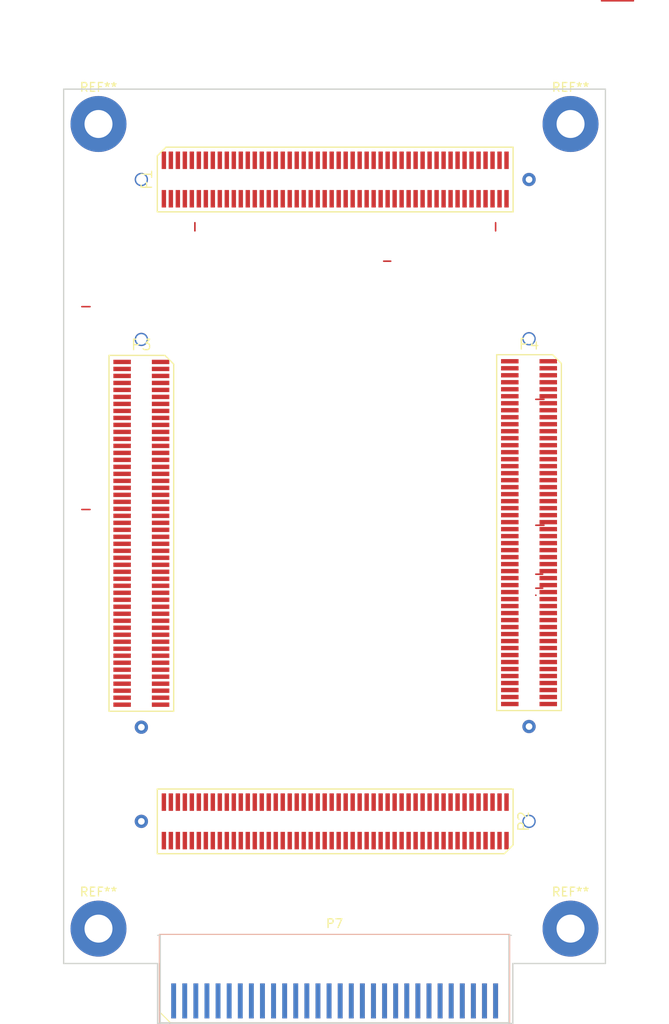
<source format=kicad_pcb>
(kicad_pcb (version 4) (host pcbnew 4.0.5)

  (general
    (links 170)
    (no_connects 170)
    (area 90.094999 52.951379 155.033982 161.447801)
    (thickness 1.6)
    (drawings 8)
    (tracks 14)
    (zones 0)
    (modules 9)
    (nets 295)
  )

  (page A4)
  (layers
    (0 F.Cu signal)
    (31 B.Cu signal)
    (32 B.Adhes user)
    (33 F.Adhes user)
    (34 B.Paste user)
    (35 F.Paste user)
    (36 B.SilkS user)
    (37 F.SilkS user)
    (38 B.Mask user)
    (39 F.Mask user)
    (40 Dwgs.User user)
    (41 Cmts.User user)
    (42 Eco1.User user)
    (43 Eco2.User user)
    (44 Edge.Cuts user)
    (45 Margin user)
    (46 B.CrtYd user)
    (47 F.CrtYd user)
    (48 B.Fab user)
    (49 F.Fab user)
  )

  (setup
    (last_trace_width 0.1778)
    (trace_clearance 0.1778)
    (zone_clearance 0.508)
    (zone_45_only no)
    (trace_min 0.1778)
    (segment_width 0.2)
    (edge_width 0.15)
    (via_size 0.3556)
    (via_drill 0.1016)
    (via_min_size 0.3556)
    (via_min_drill 0.1016)
    (uvia_size 0.1778)
    (uvia_drill 0.0762)
    (uvias_allowed no)
    (uvia_min_size 0.1778)
    (uvia_min_drill 0.0762)
    (pcb_text_width 0.3)
    (pcb_text_size 1.5 1.5)
    (mod_edge_width 0.15)
    (mod_text_size 1 1)
    (mod_text_width 0.15)
    (pad_size 1.524 1.524)
    (pad_drill 1.2)
    (pad_to_mask_clearance 0.2)
    (aux_axis_origin 0 0)
    (visible_elements FFFFFF7F)
    (pcbplotparams
      (layerselection 0x00030_80000001)
      (usegerberextensions false)
      (excludeedgelayer true)
      (linewidth 0.100000)
      (plotframeref false)
      (viasonmask false)
      (mode 1)
      (useauxorigin false)
      (hpglpennumber 1)
      (hpglpenspeed 20)
      (hpglpendiameter 15)
      (hpglpenoverlay 2)
      (psnegative false)
      (psa4output false)
      (plotreference true)
      (plotvalue true)
      (plotinvisibletext false)
      (padsonsilk false)
      (subtractmaskfromsilk false)
      (outputformat 1)
      (mirror false)
      (drillshape 1)
      (scaleselection 1)
      (outputdirectory ""))
  )

  (net 0 "")
  (net 1 "Net-(P1-Pad100)")
  (net 2 /JTAG_TMS)
  (net 3 "Net-(P1-Pad99)")
  (net 4 /JTAG_TCK)
  (net 5 "Net-(P1-Pad98)")
  (net 6 /FPGA_TDI)
  (net 7 "Net-(P1-Pad97)")
  (net 8 /FPGA_TDO)
  (net 9 GND)
  (net 10 /RSTN_C2M)
  (net 11 /PWR_ENABLE)
  (net 12 /SFP_GBT_RX_N)
  (net 13 /CFG_DONE)
  (net 14 /MGTRX2_N)
  (net 15 /CFG_VBATT)
  (net 16 /SFP_GBT_RX_P)
  (net 17 /HDMI_INTN)
  (net 18 /MGTRX2_P)
  (net 19 /HDMI_PD)
  (net 20 /FMC_GBT_REFCLK_N)
  (net 21 /CAM_DATA2_P)
  (net 22 /FMC_GBT_RX_N)
  (net 23 /CAM_DATA1_P)
  (net 24 /FMC_GBT_REFCLK_P)
  (net 25 /CAM_DATA2_N)
  (net 26 /FMC_GBT_RX_P)
  (net 27 /CAM_DATA1_N)
  (net 28 /PB_GPIO_0)
  (net 29 /CAM_DATA4_P)
  (net 30 /CAM_CLK_N)
  (net 31 /CAM_DATA3_P)
  (net 32 /CAM_REFCLK)
  (net 33 /CAM_DATA4_N)
  (net 34 /CAM_CLK_P)
  (net 35 /CAM_DATA3_N)
  (net 36 /VADJ)
  (net 37 /CAM_DATA6_P)
  (net 38 /CAM_DATA5_P)
  (net 39 /HDMI_D35)
  (net 40 /CAM_DATA6_N)
  (net 41 /HDMI_DE)
  (net 42 /CAM_DATA5_N)
  (net 43 /HDMI_D34)
  (net 44 /HDMI_CLK)
  (net 45 /CAM_SPI_EN)
  (net 46 /CAM_DATA7_P)
  (net 47 /HDMI_D31)
  (net 48 /CAM_SPI_CLK)
  (net 49 /HDMI_D33)
  (net 50 /CAM_DATA7_N)
  (net 51 /HDMI_D30)
  (net 52 /HDMI_D32)
  (net 53 /CAM_SPI_MISO)
  (net 54 /HDMI_SPDIF)
  (net 55 /HDMI_D27)
  (net 56 /CAM_SPI_MOSI)
  (net 57 /HDMI_D29)
  (net 58 /HDMI_SPDIF_OUT)
  (net 59 /HDMI_D26)
  (net 60 /HDMI_D28)
  (net 61 /VIN_HDR)
  (net 62 /HDMI_D20)
  (net 63 /HDMI_VSYNC)
  (net 64 /HDMI_D21)
  (net 65 /HDMI_HSYNC)
  (net 66 /CAM_DATA0_N)
  (net 67 /HDMI_D25)
  (net 68 /CAM_DATA0_P)
  (net 69 /CAM_SYNC_P)
  (net 70 /HDMI_D24)
  (net 71 /HDMI_D22)
  (net 72 /CAM_SYNC_N)
  (net 73 /HDMI_D23)
  (net 74 /DIP_GPIO_0)
  (net 75 /FMC_LA20_P)
  (net 76 "Net-(P2-Pad99)")
  (net 77 /FMC_LA19_P)
  (net 78 /LED_GPIO_3)
  (net 79 /FMC_LA20_N)
  (net 80 /FMC_LA19_N)
  (net 81 /SFP_GPIO_5)
  (net 82 /FMC_LA22_P)
  (net 83 /RF_GPIO2_BANK12)
  (net 84 /FMC_LA21_P)
  (net 85 /SFP_GPIO_4)
  (net 86 /FMC_LA22_N)
  (net 87 /SFP_GPIO_6)
  (net 88 /FMC_LA21_N)
  (net 89 /VCCIO_EN)
  (net 90 /SFP_GPIO_3)
  (net 91 /SFP_GPIO_1)
  (net 92 /PG_MODULE)
  (net 93 /SFP_GPIO_2)
  (net 94 /FMC_PRSNT)
  (net 95 /SFP_GPIO_0)
  (net 96 /DIP_GPIO_3)
  (net 97 /FMC_LA16_N)
  (net 98 /FMC_LA23_P)
  (net 99 /FMC_LA15_N)
  (net 100 /SCL)
  (net 101 /FMC_LA16_P)
  (net 102 /FMC_LA23_N)
  (net 103 /FMC_LA15_P)
  (net 104 /SDA)
  (net 105 /1V8)
  (net 106 /FMC_LA25_P)
  (net 107 /FMC_LA24_P)
  (net 108 /I2C3_SCL)
  (net 109 /FMC_LA25_N)
  (net 110 /SYS_SPI_MOSI)
  (net 111 /FMC_LA24_N)
  (net 112 /I2C3_SDA)
  (net 113 /SYS_SPI_SCK)
  (net 114 /FMC_LA27_P)
  (net 115 /FMC_LA26_P)
  (net 116 /I2C2_SCL)
  (net 117 /FMC_LA27_N)
  (net 118 /FMC_LA26_N)
  (net 119 /I2C2_SDA)
  (net 120 /FMC_LA17_CC_P)
  (net 121 /FMC_LA18_CC_P)
  (net 122 /FMC_LA33_N)
  (net 123 /FMC_LA17_CC_N)
  (net 124 /RF_GPIO1_BANK13)
  (net 125 /FMC_LA18_CC_N)
  (net 126 /FMC_LA33_P)
  (net 127 /RF_GPIO0_BANK13)
  (net 128 /FMC_LA28_P)
  (net 129 /FMC_CLK1_M2C_P)
  (net 130 /FMC_LA28_N)
  (net 131 /FMC_CLK1_M2C_N)
  (net 132 /FMC_LA31_N)
  (net 133 /FMC_LA32_N)
  (net 134 /FMC_LA31_P)
  (net 135 /FMC_LA30_P)
  (net 136 /FMC_LA32_P)
  (net 137 /FMC_LA29_P)
  (net 138 /FMC_LA30_N)
  (net 139 /FMC_LA29_N)
  (net 140 /FMC_LA13_N)
  (net 141 /MGTREFCLK1_P)
  (net 142 /FMC_LA14_N)
  (net 143 "Net-(P3-Pad2)")
  (net 144 /FMC_LA13_P)
  (net 145 /MGTREFCLK1_N)
  (net 146 /FMC_LA14_P)
  (net 147 "Net-(P3-Pad4)")
  (net 148 /1V0_AVCC)
  (net 149 /FMC_CLK0_M2C_N)
  (net 150 /FMC_GBT_TX_P)
  (net 151 /FMC_LA12_N)
  (net 152 /FMC_CLK0_M2C_P)
  (net 153 /FMC_GBT_TX_N)
  (net 154 /FMC_LA12_P)
  (net 155 /FMC_LA01_CC_N)
  (net 156 /MGTTX2_P)
  (net 157 /FMC_LA00_CC_N)
  (net 158 /SFP_GBT_TX_P)
  (net 159 /FMC_LA01_CC_P)
  (net 160 /MGTTX2_N)
  (net 161 /FMC_LA00_CC_P)
  (net 162 /SFP_GBT_TX_N)
  (net 163 /FMC_LA10_N)
  (net 164 /FMC_LA02_P)
  (net 165 /FMC_LA11_N)
  (net 166 "Net-(P3-Pad20)")
  (net 167 /FMC_LA10_P)
  (net 168 /FMC_LA02_N)
  (net 169 /FMC_LA11_P)
  (net 170 "Net-(P3-Pad22)")
  (net 171 /FMC_LA08_N)
  (net 172 /FMC_LA04_P)
  (net 173 /FMC_LA09_N)
  (net 174 /FMC_LA03_P)
  (net 175 /FMC_LA08_P)
  (net 176 /FMC_LA04_N)
  (net 177 /FMC_LA09_P)
  (net 178 /FMC_LA03_N)
  (net 179 /1V2_AVTT)
  (net 180 /USB_OTG_CPEN)
  (net 181 /FMC_LA05_P)
  (net 182 /SD1_B_CMD)
  (net 183 /USB_VBUS_OTG)
  (net 184 /FMC_LA05_N)
  (net 185 /SD1_B_DAT1)
  (net 186 /FMC_LA07_P)
  (net 187 /USB_OTG_ID)
  (net 188 /SD1_B_DAT3)
  (net 189 /SD1_B_DAT0)
  (net 190 /SD1_B_DAT2)
  (net 191 /ETH0_MD3_N)
  (net 192 /FMC_LA06_P)
  (net 193 /ETH0_MD4_N)
  (net 194 /SD1_B_CDN)
  (net 195 /ETH0_MD3_P)
  (net 196 /FMC_LA06_N)
  (net 197 /ETH0_MD4_P)
  (net 198 /SD1_B_CLK)
  (net 199 /ETH0_MD1_N)
  (net 200 /ETH0_PHY_LED1)
  (net 201 /ETH0_MD2_N)
  (net 202 /ETH0_PHY_LED0)
  (net 203 /ETH0_MD1_P)
  (net 204 /ETH0_MD2_P)
  (net 205 /USB_UART_RXD)
  (net 206 /AD9361_GPO1)
  (net 207 /ETH1_RESETN)
  (net 208 /AD9361_GPO0)
  (net 209 "Net-(P4-Pad98)")
  (net 210 /AD9361_GPO3)
  (net 211 /USB_UART_TXD)
  (net 212 /AD9361_GPO2)
  (net 213 /SGPIO3)
  (net 214 /AD9361_AUXAC1)
  (net 215 /SYS_SCL)
  (net 216 /AD9361_AUXADC)
  (net 217 /SGPIO2)
  (net 218 /AD9361_AUXAC2)
  (net 219 /SYS_SDA)
  (net 220 "Net-(P4-Pad10)")
  (net 221 /GPIO3)
  (net 222 /LED_GPIO_1)
  (net 223 /SGPIO1)
  (net 224 /DIP_GPIO_1)
  (net 225 /GPIO2)
  (net 226 /LED_GPIO_2)
  (net 227 /SGPIO0)
  (net 228 /DIP_GPIO_2)
  (net 229 "Net-(P4-Pad82)")
  (net 230 /CAM_GPIO_2)
  (net 231 "Net-(P4-Pad81)")
  (net 232 /CAM_GPIO_0)
  (net 233 /SPI2_MOSI)
  (net 234 /CAM_GPIO_3)
  (net 235 /GPIO1)
  (net 236 /CAM_GPIO_1)
  (net 237 /SPI2_SCK)
  (net 238 /GPIO0)
  (net 239 /SYS_SPI_NSS)
  (net 240 /CAM_GPIO_6)
  (net 241 /SPI2_MISO)
  (net 242 /CAM_GPIO_4)
  (net 243 /SYS_SPI_MISO)
  (net 244 /CAM_GPIO_7)
  (net 245 /SPI2_NSS)
  (net 246 /CAM_GPIO_5)
  (net 247 /LED_GPIO_0)
  (net 248 /I2S_MCLK)
  (net 249 /FAN_TACH)
  (net 250 /CAM_GPIO_8)
  (net 251 /RF_GPIO5_BANK34)
  (net 252 /I2S_BCLK)
  (net 253 /FAN_PWM)
  (net 254 /RF_GPIO3_BANK34)
  (net 255 /I2S_SDATA_IN)
  (net 256 /I2S_LRCLK)
  (net 257 /AD9361_CLK)
  (net 258 /PB_GPIO_1)
  (net 259 /RF_GPIO4_BANK34)
  (net 260 /I2S_SDATA_OUT)
  (net 261 /EHT1_TXD3)
  (net 262 /ETH1_RX_CLK)
  (net 263 /ETH1_MDIO)
  (net 264 /PB_GPIO_2)
  (net 265 /ETH1_TXD2)
  (net 266 /ETH1_RXD1)
  (net 267 /ETH1_MDC)
  (net 268 /PB_GPIO_3)
  (net 269 /ETH1_RXD2)
  (net 270 /ETH1_TX_CTRL)
  (net 271 /ETH1_RX_CTRL)
  (net 272 /ETH1_TXD1)
  (net 273 /ET1_RXD3)
  (net 274 /ETH1_TX_CLK)
  (net 275 /ETH1_TXD0)
  (net 276 +5V)
  (net 277 +3V3)
  (net 278 +12V)
  (net 279 "Net-(P7-Pad21)")
  (net 280 "Net-(P7-Pad22)")
  (net 281 /SGPIO_0)
  (net 282 /SGPIO_1)
  (net 283 /SGPIO_2)
  (net 284 /SGPIO_3)
  (net 285 /SGPIO_4)
  (net 286 /SYS_MISO)
  (net 287 /SYS_MOSI)
  (net 288 /SYS_SCK)
  (net 289 /GPIO_7)
  (net 290 /GPIO_8)
  (net 291 /GPIO_9)
  (net 292 /GPIO_10)
  (net 293 /GPIO_11)
  (net 294 /CFG_INIT__B)

  (net_class Default "This is the default net class."
    (clearance 0.1778)
    (trace_width 0.1778)
    (via_dia 0.3556)
    (via_drill 0.1016)
    (uvia_dia 0.1778)
    (uvia_drill 0.0762)
    (add_net +12V)
    (add_net +3V3)
    (add_net +5V)
    (add_net /1V0_AVCC)
    (add_net /1V2_AVTT)
    (add_net /1V8)
    (add_net /AD9361_AUXAC1)
    (add_net /AD9361_AUXAC2)
    (add_net /AD9361_AUXADC)
    (add_net /AD9361_CLK)
    (add_net /AD9361_GPO0)
    (add_net /AD9361_GPO1)
    (add_net /AD9361_GPO2)
    (add_net /AD9361_GPO3)
    (add_net /CAM_CLK_N)
    (add_net /CAM_CLK_P)
    (add_net /CAM_DATA0_N)
    (add_net /CAM_DATA0_P)
    (add_net /CAM_DATA1_N)
    (add_net /CAM_DATA1_P)
    (add_net /CAM_DATA2_N)
    (add_net /CAM_DATA2_P)
    (add_net /CAM_DATA3_N)
    (add_net /CAM_DATA3_P)
    (add_net /CAM_DATA4_N)
    (add_net /CAM_DATA4_P)
    (add_net /CAM_DATA5_N)
    (add_net /CAM_DATA5_P)
    (add_net /CAM_DATA6_N)
    (add_net /CAM_DATA6_P)
    (add_net /CAM_DATA7_N)
    (add_net /CAM_DATA7_P)
    (add_net /CAM_GPIO_0)
    (add_net /CAM_GPIO_1)
    (add_net /CAM_GPIO_2)
    (add_net /CAM_GPIO_3)
    (add_net /CAM_GPIO_4)
    (add_net /CAM_GPIO_5)
    (add_net /CAM_GPIO_6)
    (add_net /CAM_GPIO_7)
    (add_net /CAM_GPIO_8)
    (add_net /CAM_REFCLK)
    (add_net /CAM_SPI_CLK)
    (add_net /CAM_SPI_EN)
    (add_net /CAM_SPI_MISO)
    (add_net /CAM_SPI_MOSI)
    (add_net /CAM_SYNC_N)
    (add_net /CAM_SYNC_P)
    (add_net /CFG_DONE)
    (add_net /CFG_INIT__B)
    (add_net /CFG_VBATT)
    (add_net /DIP_GPIO_0)
    (add_net /DIP_GPIO_1)
    (add_net /DIP_GPIO_2)
    (add_net /DIP_GPIO_3)
    (add_net /EHT1_TXD3)
    (add_net /ET1_RXD3)
    (add_net /ETH0_MD1_N)
    (add_net /ETH0_MD1_P)
    (add_net /ETH0_MD2_N)
    (add_net /ETH0_MD2_P)
    (add_net /ETH0_MD3_N)
    (add_net /ETH0_MD3_P)
    (add_net /ETH0_MD4_N)
    (add_net /ETH0_MD4_P)
    (add_net /ETH0_PHY_LED0)
    (add_net /ETH0_PHY_LED1)
    (add_net /ETH1_MDC)
    (add_net /ETH1_MDIO)
    (add_net /ETH1_RESETN)
    (add_net /ETH1_RXD1)
    (add_net /ETH1_RXD2)
    (add_net /ETH1_RX_CLK)
    (add_net /ETH1_RX_CTRL)
    (add_net /ETH1_TXD0)
    (add_net /ETH1_TXD1)
    (add_net /ETH1_TXD2)
    (add_net /ETH1_TX_CLK)
    (add_net /ETH1_TX_CTRL)
    (add_net /FAN_PWM)
    (add_net /FAN_TACH)
    (add_net /FMC_CLK0_M2C_N)
    (add_net /FMC_CLK0_M2C_P)
    (add_net /FMC_CLK1_M2C_N)
    (add_net /FMC_CLK1_M2C_P)
    (add_net /FMC_GBT_REFCLK_N)
    (add_net /FMC_GBT_REFCLK_P)
    (add_net /FMC_GBT_RX_N)
    (add_net /FMC_GBT_RX_P)
    (add_net /FMC_GBT_TX_N)
    (add_net /FMC_GBT_TX_P)
    (add_net /FMC_LA00_CC_N)
    (add_net /FMC_LA00_CC_P)
    (add_net /FMC_LA01_CC_N)
    (add_net /FMC_LA01_CC_P)
    (add_net /FMC_LA02_N)
    (add_net /FMC_LA02_P)
    (add_net /FMC_LA03_N)
    (add_net /FMC_LA03_P)
    (add_net /FMC_LA04_N)
    (add_net /FMC_LA04_P)
    (add_net /FMC_LA05_N)
    (add_net /FMC_LA05_P)
    (add_net /FMC_LA06_N)
    (add_net /FMC_LA06_P)
    (add_net /FMC_LA07_P)
    (add_net /FMC_LA08_N)
    (add_net /FMC_LA08_P)
    (add_net /FMC_LA09_N)
    (add_net /FMC_LA09_P)
    (add_net /FMC_LA10_N)
    (add_net /FMC_LA10_P)
    (add_net /FMC_LA11_N)
    (add_net /FMC_LA11_P)
    (add_net /FMC_LA12_N)
    (add_net /FMC_LA12_P)
    (add_net /FMC_LA13_N)
    (add_net /FMC_LA13_P)
    (add_net /FMC_LA14_N)
    (add_net /FMC_LA14_P)
    (add_net /FMC_LA15_N)
    (add_net /FMC_LA15_P)
    (add_net /FMC_LA16_N)
    (add_net /FMC_LA16_P)
    (add_net /FMC_LA17_CC_N)
    (add_net /FMC_LA17_CC_P)
    (add_net /FMC_LA18_CC_N)
    (add_net /FMC_LA18_CC_P)
    (add_net /FMC_LA19_N)
    (add_net /FMC_LA19_P)
    (add_net /FMC_LA20_N)
    (add_net /FMC_LA20_P)
    (add_net /FMC_LA21_N)
    (add_net /FMC_LA21_P)
    (add_net /FMC_LA22_N)
    (add_net /FMC_LA22_P)
    (add_net /FMC_LA23_N)
    (add_net /FMC_LA23_P)
    (add_net /FMC_LA24_N)
    (add_net /FMC_LA24_P)
    (add_net /FMC_LA25_N)
    (add_net /FMC_LA25_P)
    (add_net /FMC_LA26_N)
    (add_net /FMC_LA26_P)
    (add_net /FMC_LA27_N)
    (add_net /FMC_LA27_P)
    (add_net /FMC_LA28_N)
    (add_net /FMC_LA28_P)
    (add_net /FMC_LA29_N)
    (add_net /FMC_LA29_P)
    (add_net /FMC_LA30_N)
    (add_net /FMC_LA30_P)
    (add_net /FMC_LA31_N)
    (add_net /FMC_LA31_P)
    (add_net /FMC_LA32_N)
    (add_net /FMC_LA32_P)
    (add_net /FMC_LA33_N)
    (add_net /FMC_LA33_P)
    (add_net /FMC_PRSNT)
    (add_net /FPGA_TDI)
    (add_net /FPGA_TDO)
    (add_net /GPIO0)
    (add_net /GPIO1)
    (add_net /GPIO2)
    (add_net /GPIO3)
    (add_net /GPIO_10)
    (add_net /GPIO_11)
    (add_net /GPIO_7)
    (add_net /GPIO_8)
    (add_net /GPIO_9)
    (add_net /HDMI_CLK)
    (add_net /HDMI_D20)
    (add_net /HDMI_D21)
    (add_net /HDMI_D22)
    (add_net /HDMI_D23)
    (add_net /HDMI_D24)
    (add_net /HDMI_D25)
    (add_net /HDMI_D26)
    (add_net /HDMI_D27)
    (add_net /HDMI_D28)
    (add_net /HDMI_D29)
    (add_net /HDMI_D30)
    (add_net /HDMI_D31)
    (add_net /HDMI_D32)
    (add_net /HDMI_D33)
    (add_net /HDMI_D34)
    (add_net /HDMI_D35)
    (add_net /HDMI_DE)
    (add_net /HDMI_HSYNC)
    (add_net /HDMI_INTN)
    (add_net /HDMI_PD)
    (add_net /HDMI_SPDIF)
    (add_net /HDMI_SPDIF_OUT)
    (add_net /HDMI_VSYNC)
    (add_net /I2C2_SCL)
    (add_net /I2C2_SDA)
    (add_net /I2C3_SCL)
    (add_net /I2C3_SDA)
    (add_net /I2S_BCLK)
    (add_net /I2S_LRCLK)
    (add_net /I2S_MCLK)
    (add_net /I2S_SDATA_IN)
    (add_net /I2S_SDATA_OUT)
    (add_net /JTAG_TCK)
    (add_net /JTAG_TMS)
    (add_net /LED_GPIO_0)
    (add_net /LED_GPIO_1)
    (add_net /LED_GPIO_2)
    (add_net /LED_GPIO_3)
    (add_net /MGTREFCLK1_N)
    (add_net /MGTREFCLK1_P)
    (add_net /MGTRX2_N)
    (add_net /MGTRX2_P)
    (add_net /MGTTX2_N)
    (add_net /MGTTX2_P)
    (add_net /PB_GPIO_0)
    (add_net /PB_GPIO_1)
    (add_net /PB_GPIO_2)
    (add_net /PB_GPIO_3)
    (add_net /PG_MODULE)
    (add_net /PWR_ENABLE)
    (add_net /RF_GPIO0_BANK13)
    (add_net /RF_GPIO1_BANK13)
    (add_net /RF_GPIO2_BANK12)
    (add_net /RF_GPIO3_BANK34)
    (add_net /RF_GPIO4_BANK34)
    (add_net /RF_GPIO5_BANK34)
    (add_net /RSTN_C2M)
    (add_net /SCL)
    (add_net /SD1_B_CDN)
    (add_net /SD1_B_CLK)
    (add_net /SD1_B_CMD)
    (add_net /SD1_B_DAT0)
    (add_net /SD1_B_DAT1)
    (add_net /SD1_B_DAT2)
    (add_net /SD1_B_DAT3)
    (add_net /SDA)
    (add_net /SFP_GBT_RX_N)
    (add_net /SFP_GBT_RX_P)
    (add_net /SFP_GBT_TX_N)
    (add_net /SFP_GBT_TX_P)
    (add_net /SFP_GPIO_0)
    (add_net /SFP_GPIO_1)
    (add_net /SFP_GPIO_2)
    (add_net /SFP_GPIO_3)
    (add_net /SFP_GPIO_4)
    (add_net /SFP_GPIO_5)
    (add_net /SFP_GPIO_6)
    (add_net /SGPIO0)
    (add_net /SGPIO1)
    (add_net /SGPIO2)
    (add_net /SGPIO3)
    (add_net /SGPIO_0)
    (add_net /SGPIO_1)
    (add_net /SGPIO_2)
    (add_net /SGPIO_3)
    (add_net /SGPIO_4)
    (add_net /SPI2_MISO)
    (add_net /SPI2_MOSI)
    (add_net /SPI2_NSS)
    (add_net /SPI2_SCK)
    (add_net /SYS_MISO)
    (add_net /SYS_MOSI)
    (add_net /SYS_SCK)
    (add_net /SYS_SCL)
    (add_net /SYS_SDA)
    (add_net /SYS_SPI_MISO)
    (add_net /SYS_SPI_MOSI)
    (add_net /SYS_SPI_NSS)
    (add_net /SYS_SPI_SCK)
    (add_net /USB_OTG_CPEN)
    (add_net /USB_OTG_ID)
    (add_net /USB_UART_RXD)
    (add_net /USB_UART_TXD)
    (add_net /USB_VBUS_OTG)
    (add_net /VADJ)
    (add_net /VCCIO_EN)
    (add_net /VIN_HDR)
    (add_net GND)
    (add_net "Net-(P1-Pad100)")
    (add_net "Net-(P1-Pad97)")
    (add_net "Net-(P1-Pad98)")
    (add_net "Net-(P1-Pad99)")
    (add_net "Net-(P2-Pad99)")
    (add_net "Net-(P3-Pad2)")
    (add_net "Net-(P3-Pad20)")
    (add_net "Net-(P3-Pad22)")
    (add_net "Net-(P3-Pad4)")
    (add_net "Net-(P4-Pad10)")
    (add_net "Net-(P4-Pad81)")
    (add_net "Net-(P4-Pad82)")
    (add_net "Net-(P4-Pad98)")
    (add_net "Net-(P7-Pad21)")
    (add_net "Net-(P7-Pad22)")
  )

  (module Project:BERGSTAK_100_PIN1_RIGHT (layer F.Cu) (tedit 59E998F9) (tstamp 59D552EF)
    (at 142.8242 114.046 270)
    (path /58E010B1)
    (fp_text reference P4 (at -21.55 0 360) (layer F.SilkS)
      (effects (font (size 1.2 1.2) (thickness 0.15)))
    )
    (fp_text value CONN_02X50 (at 0 0 270) (layer F.Fab)
      (effects (font (size 1.2 1.2) (thickness 0.15)))
    )
    (fp_line (start -19.35 -3.7) (end -20.35 -2.7) (layer F.SilkS) (width 0.15))
    (fp_line (start -20.35 -2.7) (end -20.35 3.7) (layer F.SilkS) (width 0.15))
    (fp_line (start -20.35 3.7) (end 20.35 3.7) (layer F.SilkS) (width 0.15))
    (fp_line (start 20.35 3.7) (end 20.35 -3.7) (layer F.SilkS) (width 0.15))
    (fp_line (start 20.35 -3.7) (end -19.35 -3.7) (layer F.SilkS) (width 0.15))
    (pad 1 smd rect (at -19.6 -2.2 270) (size 0.5 2) (layers F.Cu F.Paste F.Mask)
      (net 206 /AD9361_GPO1))
    (pad 2 smd rect (at -19.6 2.2 270) (size 0.5 2) (layers F.Cu F.Paste F.Mask)
      (net 208 /AD9361_GPO0))
    (pad 3 smd rect (at -18.8 -2.2 270) (size 0.5 2) (layers F.Cu F.Paste F.Mask)
      (net 210 /AD9361_GPO3))
    (pad 4 smd rect (at -18.8 2.2 270) (size 0.5 2) (layers F.Cu F.Paste F.Mask)
      (net 212 /AD9361_GPO2))
    (pad 5 smd rect (at -18 -2.2 270) (size 0.5 2) (layers F.Cu F.Paste F.Mask)
      (net 9 GND))
    (pad 6 smd rect (at -18 2.2 270) (size 0.5 2) (layers F.Cu F.Paste F.Mask)
      (net 9 GND))
    (pad 7 smd rect (at -17.2 -2.2 270) (size 0.5 2) (layers F.Cu F.Paste F.Mask)
      (net 214 /AD9361_AUXAC1))
    (pad 8 smd rect (at -17.2 2.2 270) (size 0.5 2) (layers F.Cu F.Paste F.Mask)
      (net 216 /AD9361_AUXADC))
    (pad 9 smd rect (at -16.4 -2.2 270) (size 0.5 2) (layers F.Cu F.Paste F.Mask)
      (net 218 /AD9361_AUXAC2))
    (pad 10 smd rect (at -16.4 2.2 270) (size 0.5 2) (layers F.Cu F.Paste F.Mask)
      (net 220 "Net-(P4-Pad10)"))
    (pad 11 smd rect (at -15.6 -2.2 270) (size 0.5 2) (layers F.Cu F.Paste F.Mask)
      (net 9 GND))
    (pad 12 smd rect (at -15.6 2.2 270) (size 0.5 2) (layers F.Cu F.Paste F.Mask)
      (net 9 GND))
    (pad 13 smd rect (at -14.8 -2.2 270) (size 0.5 2) (layers F.Cu F.Paste F.Mask)
      (net 222 /LED_GPIO_1))
    (pad 14 smd rect (at -14.8 2.2 270) (size 0.5 2) (layers F.Cu F.Paste F.Mask)
      (net 224 /DIP_GPIO_1))
    (pad 15 smd rect (at -14 -2.2 270) (size 0.5 2) (layers F.Cu F.Paste F.Mask)
      (net 226 /LED_GPIO_2))
    (pad 16 smd rect (at -14 2.2 270) (size 0.5 2) (layers F.Cu F.Paste F.Mask)
      (net 228 /DIP_GPIO_2))
    (pad 17 smd rect (at -13.2 -2.2 270) (size 0.5 2) (layers F.Cu F.Paste F.Mask)
      (net 9 GND))
    (pad 18 smd rect (at -13.2 2.2 270) (size 0.5 2) (layers F.Cu F.Paste F.Mask)
      (net 9 GND))
    (pad 19 smd rect (at -12.4 -2.2 270) (size 0.5 2) (layers F.Cu F.Paste F.Mask)
      (net 230 /CAM_GPIO_2))
    (pad 20 smd rect (at -12.4 2.2 270) (size 0.5 2) (layers F.Cu F.Paste F.Mask)
      (net 232 /CAM_GPIO_0))
    (pad 21 smd rect (at -11.6 -2.2 270) (size 0.5 2) (layers F.Cu F.Paste F.Mask)
      (net 234 /CAM_GPIO_3))
    (pad 22 smd rect (at -11.6 2.2 270) (size 0.5 2) (layers F.Cu F.Paste F.Mask)
      (net 236 /CAM_GPIO_1))
    (pad 23 smd rect (at -10.8 -2.2 270) (size 0.5 2) (layers F.Cu F.Paste F.Mask)
      (net 9 GND))
    (pad 24 smd rect (at -10.8 2.2 270) (size 0.5 2) (layers F.Cu F.Paste F.Mask)
      (net 9 GND))
    (pad 25 smd rect (at -10 -2.2 270) (size 0.5 2) (layers F.Cu F.Paste F.Mask)
      (net 240 /CAM_GPIO_6))
    (pad 26 smd rect (at -10 2.2 270) (size 0.5 2) (layers F.Cu F.Paste F.Mask)
      (net 242 /CAM_GPIO_4))
    (pad 27 smd rect (at -9.2 -2.2 270) (size 0.5 2) (layers F.Cu F.Paste F.Mask)
      (net 244 /CAM_GPIO_7))
    (pad 28 smd rect (at -9.2 2.2 270) (size 0.5 2) (layers F.Cu F.Paste F.Mask)
      (net 246 /CAM_GPIO_5))
    (pad 29 smd rect (at -8.4 -2.2 270) (size 0.5 2) (layers F.Cu F.Paste F.Mask)
      (net 9 GND))
    (pad 30 smd rect (at -8.4 2.2 270) (size 0.5 2) (layers F.Cu F.Paste F.Mask)
      (net 9 GND))
    (pad 31 smd rect (at -7.6 -2.2 270) (size 0.5 2) (layers F.Cu F.Paste F.Mask)
      (net 248 /I2S_MCLK))
    (pad 32 smd rect (at -7.6 2.2 270) (size 0.5 2) (layers F.Cu F.Paste F.Mask)
      (net 250 /CAM_GPIO_8))
    (pad 33 smd rect (at -6.8 -2.2 270) (size 0.5 2) (layers F.Cu F.Paste F.Mask)
      (net 252 /I2S_BCLK))
    (pad 34 smd rect (at -6.8 2.2 270) (size 0.5 2) (layers F.Cu F.Paste F.Mask)
      (net 254 /RF_GPIO3_BANK34))
    (pad 35 smd rect (at -6 -2.2 270) (size 0.5 2) (layers F.Cu F.Paste F.Mask)
      (net 255 /I2S_SDATA_IN))
    (pad 36 smd rect (at -6 2.2 270) (size 0.5 2) (layers F.Cu F.Paste F.Mask)
      (net 256 /I2S_LRCLK))
    (pad 37 smd rect (at -5.2 -2.2 270) (size 0.5 2) (layers F.Cu F.Paste F.Mask)
      (net 258 /PB_GPIO_1))
    (pad 38 smd rect (at -5.2 2.2 270) (size 0.5 2) (layers F.Cu F.Paste F.Mask)
      (net 260 /I2S_SDATA_OUT))
    (pad 39 smd rect (at -4.4 -2.2 270) (size 0.5 2) (layers F.Cu F.Paste F.Mask)
      (net 9 GND))
    (pad 40 smd rect (at -4.4 2.2 270) (size 0.5 2) (layers F.Cu F.Paste F.Mask)
      (net 9 GND))
    (pad 41 smd rect (at -3.6 -2.2 270) (size 0.5 2) (layers F.Cu F.Paste F.Mask)
      (net 262 /ETH1_RX_CLK))
    (pad 42 smd rect (at -3.6 2.2 270) (size 0.5 2) (layers F.Cu F.Paste F.Mask)
      (net 264 /PB_GPIO_2))
    (pad 43 smd rect (at -2.8 -2.2 270) (size 0.5 2) (layers F.Cu F.Paste F.Mask)
      (net 266 /ETH1_RXD1))
    (pad 44 smd rect (at -2.8 2.2 270) (size 0.5 2) (layers F.Cu F.Paste F.Mask)
      (net 268 /PB_GPIO_3))
    (pad 45 smd rect (at -2 -2.2 270) (size 0.5 2) (layers F.Cu F.Paste F.Mask)
      (net 262 /ETH1_RX_CLK))
    (pad 46 smd rect (at -2 2.2 270) (size 0.5 2) (layers F.Cu F.Paste F.Mask)
      (net 269 /ETH1_RXD2))
    (pad 47 smd rect (at -1.2 -2.2 270) (size 0.5 2) (layers F.Cu F.Paste F.Mask)
      (net 271 /ETH1_RX_CTRL))
    (pad 48 smd rect (at -1.2 2.2 270) (size 0.5 2) (layers F.Cu F.Paste F.Mask)
      (net 273 /ET1_RXD3))
    (pad 49 smd rect (at -0.4 -2.2 270) (size 0.5 2) (layers F.Cu F.Paste F.Mask)
      (net 9 GND))
    (pad 50 smd rect (at -0.4 2.2 270) (size 0.5 2) (layers F.Cu F.Paste F.Mask)
      (net 9 GND))
    (pad 51 smd rect (at 0.4 -2.2 270) (size 0.5 2) (layers F.Cu F.Paste F.Mask)
      (net 275 /ETH1_TXD0))
    (pad 52 smd rect (at 0.4 2.2 270) (size 0.5 2) (layers F.Cu F.Paste F.Mask)
      (net 274 /ETH1_TX_CLK))
    (pad 53 smd rect (at 1.2 -2.2 270) (size 0.5 2) (layers F.Cu F.Paste F.Mask)
      (net 272 /ETH1_TXD1))
    (pad 54 smd rect (at 1.2 2.2 270) (size 0.5 2) (layers F.Cu F.Paste F.Mask)
      (net 270 /ETH1_TX_CTRL))
    (pad 55 smd rect (at 2 -2.2 270) (size 0.5 2) (layers F.Cu F.Paste F.Mask)
      (net 9 GND))
    (pad 56 smd rect (at 2 2.2 270) (size 0.5 2) (layers F.Cu F.Paste F.Mask)
      (net 9 GND))
    (pad 57 smd rect (at 2.8 -2.2 270) (size 0.5 2) (layers F.Cu F.Paste F.Mask)
      (net 267 /ETH1_MDC))
    (pad 58 smd rect (at 2.8 2.2 270) (size 0.5 2) (layers F.Cu F.Paste F.Mask)
      (net 265 /ETH1_TXD2))
    (pad 59 smd rect (at 3.6 -2.2 270) (size 0.5 2) (layers F.Cu F.Paste F.Mask)
      (net 263 /ETH1_MDIO))
    (pad 60 smd rect (at 3.6 2.2 270) (size 0.5 2) (layers F.Cu F.Paste F.Mask)
      (net 261 /EHT1_TXD3))
    (pad 61 smd rect (at 4.4 -2.2 270) (size 0.5 2) (layers F.Cu F.Paste F.Mask)
      (net 9 GND))
    (pad 62 smd rect (at 4.4 2.2 270) (size 0.5 2) (layers F.Cu F.Paste F.Mask)
      (net 9 GND))
    (pad 63 smd rect (at 5.2 -2.2 270) (size 0.5 2) (layers F.Cu F.Paste F.Mask)
      (net 259 /RF_GPIO4_BANK34))
    (pad 64 smd rect (at 5.2 2.2 270) (size 0.5 2) (layers F.Cu F.Paste F.Mask)
      (net 257 /AD9361_CLK))
    (pad 65 smd rect (at 6 -2.2 270) (size 0.5 2) (layers F.Cu F.Paste F.Mask)
      (net 9 GND))
    (pad 66 smd rect (at 6 2.2 270) (size 0.5 2) (layers F.Cu F.Paste F.Mask)
      (net 9 GND))
    (pad 67 smd rect (at 6.8 -2.2 270) (size 0.5 2) (layers F.Cu F.Paste F.Mask)
      (net 253 /FAN_PWM))
    (pad 68 smd rect (at 6.8 2.2 270) (size 0.5 2) (layers F.Cu F.Paste F.Mask)
      (net 251 /RF_GPIO5_BANK34))
    (pad 69 smd rect (at 7.6 -2.2 270) (size 0.5 2) (layers F.Cu F.Paste F.Mask)
      (net 249 /FAN_TACH))
    (pad 70 smd rect (at 7.6 2.2 270) (size 0.5 2) (layers F.Cu F.Paste F.Mask)
      (net 247 /LED_GPIO_0))
    (pad 71 smd rect (at 8.4 -2.2 270) (size 0.5 2) (layers F.Cu F.Paste F.Mask)
      (net 9 GND))
    (pad 72 smd rect (at 8.4 2.2 270) (size 0.5 2) (layers F.Cu F.Paste F.Mask)
      (net 9 GND))
    (pad 73 smd rect (at 9.2 -2.2 270) (size 0.5 2) (layers F.Cu F.Paste F.Mask)
      (net 245 /SPI2_NSS))
    (pad 74 smd rect (at 9.2 2.2 270) (size 0.5 2) (layers F.Cu F.Paste F.Mask)
      (net 243 /SYS_SPI_MISO))
    (pad 75 smd rect (at 10 -2.2 270) (size 0.5 2) (layers F.Cu F.Paste F.Mask)
      (net 241 /SPI2_MISO))
    (pad 76 smd rect (at 10 2.2 270) (size 0.5 2) (layers F.Cu F.Paste F.Mask)
      (net 239 /SYS_SPI_NSS))
    (pad 77 smd rect (at 10.8 -2.2 270) (size 0.5 2) (layers F.Cu F.Paste F.Mask)
      (net 238 /GPIO0))
    (pad 78 smd rect (at 10.8 2.2 270) (size 0.5 2) (layers F.Cu F.Paste F.Mask)
      (net 237 /SPI2_SCK))
    (pad 79 smd rect (at 11.6 -2.2 270) (size 0.5 2) (layers F.Cu F.Paste F.Mask)
      (net 235 /GPIO1))
    (pad 80 smd rect (at 11.6 2.2 270) (size 0.5 2) (layers F.Cu F.Paste F.Mask)
      (net 233 /SPI2_MOSI))
    (pad 81 smd rect (at 12.4 -2.2 270) (size 0.5 2) (layers F.Cu F.Paste F.Mask)
      (net 231 "Net-(P4-Pad81)"))
    (pad 82 smd rect (at 12.4 2.2 270) (size 0.5 2) (layers F.Cu F.Paste F.Mask)
      (net 229 "Net-(P4-Pad82)"))
    (pad 83 smd rect (at 13.2 -2.2 270) (size 0.5 2) (layers F.Cu F.Paste F.Mask)
      (net 9 GND))
    (pad 84 smd rect (at 13.2 2.2 270) (size 0.5 2) (layers F.Cu F.Paste F.Mask)
      (net 9 GND))
    (pad 85 smd rect (at 14 -2.2 270) (size 0.5 2) (layers F.Cu F.Paste F.Mask)
      (net 227 /SGPIO0))
    (pad 86 smd rect (at 14 2.2 270) (size 0.5 2) (layers F.Cu F.Paste F.Mask)
      (net 225 /GPIO2))
    (pad 87 smd rect (at 14.8 -2.2 270) (size 0.5 2) (layers F.Cu F.Paste F.Mask)
      (net 223 /SGPIO1))
    (pad 88 smd rect (at 14.8 2.2 270) (size 0.5 2) (layers F.Cu F.Paste F.Mask)
      (net 221 /GPIO3))
    (pad 89 smd rect (at 15.6 -2.2 270) (size 0.5 2) (layers F.Cu F.Paste F.Mask)
      (net 9 GND))
    (pad 90 smd rect (at 15.6 2.2 270) (size 0.5 2) (layers F.Cu F.Paste F.Mask)
      (net 9 GND))
    (pad 91 smd rect (at 16.4 -2.2 270) (size 0.5 2) (layers F.Cu F.Paste F.Mask)
      (net 219 /SYS_SDA))
    (pad 92 smd rect (at 16.4 2.2 270) (size 0.5 2) (layers F.Cu F.Paste F.Mask)
      (net 217 /SGPIO2))
    (pad 93 smd rect (at 17.2 -2.2 270) (size 0.5 2) (layers F.Cu F.Paste F.Mask)
      (net 215 /SYS_SCL))
    (pad 94 smd rect (at 17.2 2.2 270) (size 0.5 2) (layers F.Cu F.Paste F.Mask)
      (net 213 /SGPIO3))
    (pad 95 smd rect (at 18 -2.2 270) (size 0.5 2) (layers F.Cu F.Paste F.Mask)
      (net 9 GND))
    (pad 96 smd rect (at 18 2.2 270) (size 0.5 2) (layers F.Cu F.Paste F.Mask)
      (net 9 GND))
    (pad 97 smd rect (at 18.8 -2.2 270) (size 0.5 2) (layers F.Cu F.Paste F.Mask)
      (net 211 /USB_UART_TXD))
    (pad 98 smd rect (at 18.8 2.2 270) (size 0.5 2) (layers F.Cu F.Paste F.Mask)
      (net 209 "Net-(P4-Pad98)"))
    (pad 99 smd rect (at 19.6 -2.2 270) (size 0.5 2) (layers F.Cu F.Paste F.Mask)
      (net 207 /ETH1_RESETN))
    (pad 100 smd rect (at 19.6 2.2 270) (size 0.5 2) (layers F.Cu F.Paste F.Mask)
      (net 205 /USB_UART_RXD))
    (pad 2 thru_hole circle (at 22.1742 0 270) (size 1.524 1.524) (drill 0.762) (layers *.Cu *.Mask)
      (net 208 /AD9361_GPO0))
    (pad "" thru_hole circle (at -22.1742 0 270) (size 1.524 1.524) (drill 1.2) (layers *.Cu *.Mask))
  )

  (module Project:BERGSTAK_100_PIN1_RIGHT (layer F.Cu) (tedit 5AEF6D68) (tstamp 59D55280)
    (at 98.4758 114.1222 270)
    (path /58DFFBCF)
    (fp_text reference P3 (at -21.55 0 360) (layer F.SilkS)
      (effects (font (size 1.2 1.2) (thickness 0.15)))
    )
    (fp_text value CONN_02X50 (at 0.878 -0.29 270) (layer F.Fab)
      (effects (font (size 1.2 1.2) (thickness 0.15)))
    )
    (fp_line (start -19.35 -3.7) (end -20.35 -2.7) (layer F.SilkS) (width 0.15))
    (fp_line (start -20.35 -2.7) (end -20.35 3.7) (layer F.SilkS) (width 0.15))
    (fp_line (start -20.35 3.7) (end 20.35 3.7) (layer F.SilkS) (width 0.15))
    (fp_line (start 20.35 3.7) (end 20.35 -3.7) (layer F.SilkS) (width 0.15))
    (fp_line (start 20.35 -3.7) (end -19.35 -3.7) (layer F.SilkS) (width 0.15))
    (pad 1 smd rect (at -19.6 -2.2 270) (size 0.5 2) (layers F.Cu F.Paste F.Mask)
      (net 141 /MGTREFCLK1_P))
    (pad 2 smd rect (at -19.6 2.2 270) (size 0.5 2) (layers F.Cu F.Paste F.Mask)
      (net 143 "Net-(P3-Pad2)"))
    (pad 3 smd rect (at -18.8 -2.2 270) (size 0.5 2) (layers F.Cu F.Paste F.Mask)
      (net 145 /MGTREFCLK1_N))
    (pad 4 smd rect (at -18.8 2.2 270) (size 0.5 2) (layers F.Cu F.Paste F.Mask)
      (net 147 "Net-(P3-Pad4)"))
    (pad 5 smd rect (at -18 -2.2 270) (size 0.5 2) (layers F.Cu F.Paste F.Mask)
      (net 9 GND))
    (pad 6 smd rect (at -18 2.2 270) (size 0.5 2) (layers F.Cu F.Paste F.Mask)
      (net 148 /1V0_AVCC))
    (pad 7 smd rect (at -17.2 -2.2 270) (size 0.5 2) (layers F.Cu F.Paste F.Mask)
      (net 150 /FMC_GBT_TX_P))
    (pad 8 smd rect (at -17.2 2.2 270) (size 0.5 2) (layers F.Cu F.Paste F.Mask)
      (net 148 /1V0_AVCC))
    (pad 9 smd rect (at -16.4 -2.2 270) (size 0.5 2) (layers F.Cu F.Paste F.Mask)
      (net 153 /FMC_GBT_TX_N))
    (pad 10 smd rect (at -16.4 2.2 270) (size 0.5 2) (layers F.Cu F.Paste F.Mask)
      (net 148 /1V0_AVCC))
    (pad 11 smd rect (at -15.6 -2.2 270) (size 0.5 2) (layers F.Cu F.Paste F.Mask)
      (net 9 GND))
    (pad 12 smd rect (at -15.6 2.2 270) (size 0.5 2) (layers F.Cu F.Paste F.Mask)
      (net 148 /1V0_AVCC))
    (pad 13 smd rect (at -14.8 -2.2 270) (size 0.5 2) (layers F.Cu F.Paste F.Mask)
      (net 156 /MGTTX2_P))
    (pad 14 smd rect (at -14.8 2.2 270) (size 0.5 2) (layers F.Cu F.Paste F.Mask)
      (net 158 /SFP_GBT_TX_P))
    (pad 15 smd rect (at -14 -2.2 270) (size 0.5 2) (layers F.Cu F.Paste F.Mask)
      (net 160 /MGTTX2_N))
    (pad 16 smd rect (at -14 2.2 270) (size 0.5 2) (layers F.Cu F.Paste F.Mask)
      (net 162 /SFP_GBT_TX_N))
    (pad 17 smd rect (at -13.2 -2.2 270) (size 0.5 2) (layers F.Cu F.Paste F.Mask)
      (net 9 GND))
    (pad 18 smd rect (at -13.2 2.2 270) (size 0.5 2) (layers F.Cu F.Paste F.Mask)
      (net 9 GND))
    (pad 19 smd rect (at -12.4 -2.2 270) (size 0.5 2) (layers F.Cu F.Paste F.Mask)
      (net 164 /FMC_LA02_P))
    (pad 20 smd rect (at -12.4 2.2 270) (size 0.5 2) (layers F.Cu F.Paste F.Mask)
      (net 166 "Net-(P3-Pad20)"))
    (pad 21 smd rect (at -11.6 -2.2 270) (size 0.5 2) (layers F.Cu F.Paste F.Mask)
      (net 168 /FMC_LA02_N))
    (pad 22 smd rect (at -11.6 2.2 270) (size 0.5 2) (layers F.Cu F.Paste F.Mask)
      (net 170 "Net-(P3-Pad22)"))
    (pad 23 smd rect (at -10.8 -2.2 270) (size 0.5 2) (layers F.Cu F.Paste F.Mask)
      (net 9 GND))
    (pad 24 smd rect (at -10.8 2.2 270) (size 0.5 2) (layers F.Cu F.Paste F.Mask)
      (net 9 GND))
    (pad 25 smd rect (at -10 -2.2 270) (size 0.5 2) (layers F.Cu F.Paste F.Mask)
      (net 172 /FMC_LA04_P))
    (pad 26 smd rect (at -10 2.2 270) (size 0.5 2) (layers F.Cu F.Paste F.Mask)
      (net 174 /FMC_LA03_P))
    (pad 27 smd rect (at -9.2 -2.2 270) (size 0.5 2) (layers F.Cu F.Paste F.Mask)
      (net 176 /FMC_LA04_N))
    (pad 28 smd rect (at -9.2 2.2 270) (size 0.5 2) (layers F.Cu F.Paste F.Mask)
      (net 178 /FMC_LA03_N))
    (pad 29 smd rect (at -8.4 -2.2 270) (size 0.5 2) (layers F.Cu F.Paste F.Mask)
      (net 179 /1V2_AVTT))
    (pad 30 smd rect (at -8.4 2.2 270) (size 0.5 2) (layers F.Cu F.Paste F.Mask)
      (net 9 GND))
    (pad 31 smd rect (at -7.6 -2.2 270) (size 0.5 2) (layers F.Cu F.Paste F.Mask)
      (net 179 /1V2_AVTT))
    (pad 32 smd rect (at -7.6 2.2 270) (size 0.5 2) (layers F.Cu F.Paste F.Mask)
      (net 181 /FMC_LA05_P))
    (pad 33 smd rect (at -6.8 -2.2 270) (size 0.5 2) (layers F.Cu F.Paste F.Mask)
      (net 182 /SD1_B_CMD))
    (pad 34 smd rect (at -6.8 2.2 270) (size 0.5 2) (layers F.Cu F.Paste F.Mask)
      (net 184 /FMC_LA05_N))
    (pad 35 smd rect (at -6 -2.2 270) (size 0.5 2) (layers F.Cu F.Paste F.Mask)
      (net 185 /SD1_B_DAT1))
    (pad 36 smd rect (at -6 2.2 270) (size 0.5 2) (layers F.Cu F.Paste F.Mask)
      (net 9 GND))
    (pad 37 smd rect (at -5.2 -2.2 270) (size 0.5 2) (layers F.Cu F.Paste F.Mask)
      (net 188 /SD1_B_DAT3))
    (pad 38 smd rect (at -5.2 2.2 270) (size 0.5 2) (layers F.Cu F.Paste F.Mask)
      (net 189 /SD1_B_DAT0))
    (pad 39 smd rect (at -4.4 -2.2 270) (size 0.5 2) (layers F.Cu F.Paste F.Mask)
      (net 9 GND))
    (pad 40 smd rect (at -4.4 2.2 270) (size 0.5 2) (layers F.Cu F.Paste F.Mask)
      (net 190 /SD1_B_DAT2))
    (pad 41 smd rect (at -3.6 -2.2 270) (size 0.5 2) (layers F.Cu F.Paste F.Mask)
      (net 192 /FMC_LA06_P))
    (pad 42 smd rect (at -3.6 2.2 270) (size 0.5 2) (layers F.Cu F.Paste F.Mask)
      (net 194 /SD1_B_CDN))
    (pad 43 smd rect (at -2.8 -2.2 270) (size 0.5 2) (layers F.Cu F.Paste F.Mask)
      (net 196 /FMC_LA06_N))
    (pad 44 smd rect (at -2.8 2.2 270) (size 0.5 2) (layers F.Cu F.Paste F.Mask)
      (net 198 /SD1_B_CLK))
    (pad 45 smd rect (at -2 -2.2 270) (size 0.5 2) (layers F.Cu F.Paste F.Mask)
      (net 36 /VADJ))
    (pad 46 smd rect (at -2 2.2 270) (size 0.5 2) (layers F.Cu F.Paste F.Mask)
      (net 36 /VADJ))
    (pad 47 smd rect (at -1.2 -2.2 270) (size 0.5 2) (layers F.Cu F.Paste F.Mask)
      (net 200 /ETH0_PHY_LED1))
    (pad 48 smd rect (at -1.2 2.2 270) (size 0.5 2) (layers F.Cu F.Paste F.Mask)
      (net 202 /ETH0_PHY_LED0))
    (pad 49 smd rect (at -0.4 -2.2 270) (size 0.5 2) (layers F.Cu F.Paste F.Mask)
      (net 9 GND))
    (pad 50 smd rect (at -0.4 2.2 270) (size 0.5 2) (layers F.Cu F.Paste F.Mask)
      (net 9 GND))
    (pad 51 smd rect (at 0.4 -2.2 270) (size 0.5 2) (layers F.Cu F.Paste F.Mask)
      (net 204 /ETH0_MD2_P))
    (pad 52 smd rect (at 0.4 2.2 270) (size 0.5 2) (layers F.Cu F.Paste F.Mask)
      (net 203 /ETH0_MD1_P))
    (pad 53 smd rect (at 1.2 -2.2 270) (size 0.5 2) (layers F.Cu F.Paste F.Mask)
      (net 201 /ETH0_MD2_N))
    (pad 54 smd rect (at 1.2 2.2 270) (size 0.5 2) (layers F.Cu F.Paste F.Mask)
      (net 199 /ETH0_MD1_N))
    (pad 55 smd rect (at 2 -2.2 270) (size 0.5 2) (layers F.Cu F.Paste F.Mask)
      (net 9 GND))
    (pad 56 smd rect (at 2 2.2 270) (size 0.5 2) (layers F.Cu F.Paste F.Mask)
      (net 9 GND))
    (pad 57 smd rect (at 2.8 -2.2 270) (size 0.5 2) (layers F.Cu F.Paste F.Mask)
      (net 197 /ETH0_MD4_P))
    (pad 58 smd rect (at 2.8 2.2 270) (size 0.5 2) (layers F.Cu F.Paste F.Mask)
      (net 195 /ETH0_MD3_P))
    (pad 59 smd rect (at 3.6 -2.2 270) (size 0.5 2) (layers F.Cu F.Paste F.Mask)
      (net 193 /ETH0_MD4_N))
    (pad 60 smd rect (at 3.6 2.2 270) (size 0.5 2) (layers F.Cu F.Paste F.Mask)
      (net 191 /ETH0_MD3_N))
    (pad 61 smd rect (at 4.4 -2.2 270) (size 0.5 2) (layers F.Cu F.Paste F.Mask)
      (net 9 GND))
    (pad 62 smd rect (at 4.4 2.2 270) (size 0.5 2) (layers F.Cu F.Paste F.Mask)
      (net 9 GND))
    (pad 63 smd rect (at 5.2 -2.2 270) (size 0.5 2) (layers F.Cu F.Paste F.Mask)
      (net 186 /FMC_LA07_P))
    (pad 64 smd rect (at 5.2 2.2 270) (size 0.5 2) (layers F.Cu F.Paste F.Mask)
      (net 187 /USB_OTG_ID))
    (pad 65 smd rect (at 6 -2.2 270) (size 0.5 2) (layers F.Cu F.Paste F.Mask)
      (net 186 /FMC_LA07_P))
    (pad 66 smd rect (at 6 2.2 270) (size 0.5 2) (layers F.Cu F.Paste F.Mask)
      (net 9 GND))
    (pad 67 smd rect (at 6.8 -2.2 270) (size 0.5 2) (layers F.Cu F.Paste F.Mask)
      (net 183 /USB_VBUS_OTG))
    (pad 68 smd rect (at 6.8 2.2 270) (size 0.5 2) (layers F.Cu F.Paste F.Mask)
      (net 175 /FMC_LA08_P))
    (pad 69 smd rect (at 7.6 -2.2 270) (size 0.5 2) (layers F.Cu F.Paste F.Mask)
      (net 180 /USB_OTG_CPEN))
    (pad 70 smd rect (at 7.6 2.2 270) (size 0.5 2) (layers F.Cu F.Paste F.Mask)
      (net 171 /FMC_LA08_N))
    (pad 71 smd rect (at 8.4 -2.2 270) (size 0.5 2) (layers F.Cu F.Paste F.Mask)
      (net 9 GND))
    (pad 72 smd rect (at 8.4 2.2 270) (size 0.5 2) (layers F.Cu F.Paste F.Mask)
      (net 9 GND))
    (pad 73 smd rect (at 9.2 -2.2 270) (size 0.5 2) (layers F.Cu F.Paste F.Mask)
      (net 177 /FMC_LA09_P))
    (pad 74 smd rect (at 9.2 2.2 270) (size 0.5 2) (layers F.Cu F.Paste F.Mask)
      (net 175 /FMC_LA08_P))
    (pad 75 smd rect (at 10 -2.2 270) (size 0.5 2) (layers F.Cu F.Paste F.Mask)
      (net 173 /FMC_LA09_N))
    (pad 76 smd rect (at 10 2.2 270) (size 0.5 2) (layers F.Cu F.Paste F.Mask)
      (net 171 /FMC_LA08_N))
    (pad 77 smd rect (at 10.8 -2.2 270) (size 0.5 2) (layers F.Cu F.Paste F.Mask)
      (net 9 GND))
    (pad 78 smd rect (at 10.8 2.2 270) (size 0.5 2) (layers F.Cu F.Paste F.Mask)
      (net 9 GND))
    (pad 79 smd rect (at 11.6 -2.2 270) (size 0.5 2) (layers F.Cu F.Paste F.Mask)
      (net 169 /FMC_LA11_P))
    (pad 80 smd rect (at 11.6 2.2 270) (size 0.5 2) (layers F.Cu F.Paste F.Mask)
      (net 167 /FMC_LA10_P))
    (pad 81 smd rect (at 12.4 -2.2 270) (size 0.5 2) (layers F.Cu F.Paste F.Mask)
      (net 165 /FMC_LA11_N))
    (pad 82 smd rect (at 12.4 2.2 270) (size 0.5 2) (layers F.Cu F.Paste F.Mask)
      (net 163 /FMC_LA10_N))
    (pad 83 smd rect (at 13.2 -2.2 270) (size 0.5 2) (layers F.Cu F.Paste F.Mask)
      (net 9 GND))
    (pad 84 smd rect (at 13.2 2.2 270) (size 0.5 2) (layers F.Cu F.Paste F.Mask)
      (net 9 GND))
    (pad 85 smd rect (at 14 -2.2 270) (size 0.5 2) (layers F.Cu F.Paste F.Mask)
      (net 161 /FMC_LA00_CC_P))
    (pad 86 smd rect (at 14 2.2 270) (size 0.5 2) (layers F.Cu F.Paste F.Mask)
      (net 159 /FMC_LA01_CC_P))
    (pad 87 smd rect (at 14.8 -2.2 270) (size 0.5 2) (layers F.Cu F.Paste F.Mask)
      (net 157 /FMC_LA00_CC_N))
    (pad 88 smd rect (at 14.8 2.2 270) (size 0.5 2) (layers F.Cu F.Paste F.Mask)
      (net 155 /FMC_LA01_CC_N))
    (pad 89 smd rect (at 15.6 -2.2 270) (size 0.5 2) (layers F.Cu F.Paste F.Mask)
      (net 9 GND))
    (pad 90 smd rect (at 15.6 2.2 270) (size 0.5 2) (layers F.Cu F.Paste F.Mask)
      (net 9 GND))
    (pad 91 smd rect (at 16.4 -2.2 270) (size 0.5 2) (layers F.Cu F.Paste F.Mask)
      (net 154 /FMC_LA12_P))
    (pad 92 smd rect (at 16.4 2.2 270) (size 0.5 2) (layers F.Cu F.Paste F.Mask)
      (net 152 /FMC_CLK0_M2C_P))
    (pad 93 smd rect (at 17.2 -2.2 270) (size 0.5 2) (layers F.Cu F.Paste F.Mask)
      (net 151 /FMC_LA12_N))
    (pad 94 smd rect (at 17.2 2.2 270) (size 0.5 2) (layers F.Cu F.Paste F.Mask)
      (net 149 /FMC_CLK0_M2C_N))
    (pad 95 smd rect (at 18 -2.2 270) (size 0.5 2) (layers F.Cu F.Paste F.Mask)
      (net 9 GND))
    (pad 96 smd rect (at 18 2.2 270) (size 0.5 2) (layers F.Cu F.Paste F.Mask)
      (net 9 GND))
    (pad 97 smd rect (at 18.8 -2.2 270) (size 0.5 2) (layers F.Cu F.Paste F.Mask)
      (net 146 /FMC_LA14_P))
    (pad 98 smd rect (at 18.8 2.2 270) (size 0.5 2) (layers F.Cu F.Paste F.Mask)
      (net 144 /FMC_LA13_P))
    (pad 99 smd rect (at 19.6 -2.2 270) (size 0.5 2) (layers F.Cu F.Paste F.Mask)
      (net 142 /FMC_LA14_N))
    (pad 100 smd rect (at 19.6 2.2 270) (size 0.5 2) (layers F.Cu F.Paste F.Mask)
      (net 140 /FMC_LA13_N))
    (pad 2 thru_hole circle (at 22.1742 0 270) (size 1.524 1.524) (drill 0.762) (layers *.Cu *.Mask)
      (net 143 "Net-(P3-Pad2)"))
    (pad "" thru_hole circle (at -22.1742 0 270) (size 1.524 1.524) (drill 1.2) (layers *.Cu *.Mask))
  )

  (module Project:BERGSTAK_100_PIN1_RIGHT (layer F.Cu) (tedit 5AEF6E14) (tstamp 59D55211)
    (at 120.65 147.066 180)
    (path /58DFEC94)
    (fp_text reference P2 (at -21.55 0 270) (layer F.SilkS)
      (effects (font (size 1.2 1.2) (thickness 0.15)))
    )
    (fp_text value CONN_02X50 (at -0.898 0 180) (layer F.Fab)
      (effects (font (size 1.2 1.2) (thickness 0.15)))
    )
    (fp_line (start -19.35 -3.7) (end -20.35 -2.7) (layer F.SilkS) (width 0.15))
    (fp_line (start -20.35 -2.7) (end -20.35 3.7) (layer F.SilkS) (width 0.15))
    (fp_line (start -20.35 3.7) (end 20.35 3.7) (layer F.SilkS) (width 0.15))
    (fp_line (start 20.35 3.7) (end 20.35 -3.7) (layer F.SilkS) (width 0.15))
    (fp_line (start 20.35 -3.7) (end -19.35 -3.7) (layer F.SilkS) (width 0.15))
    (pad 1 smd rect (at -19.6 -2.2 180) (size 0.5 2) (layers F.Cu F.Paste F.Mask)
      (net 75 /FMC_LA20_P))
    (pad 2 smd rect (at -19.6 2.2 180) (size 0.5 2) (layers F.Cu F.Paste F.Mask)
      (net 77 /FMC_LA19_P))
    (pad 3 smd rect (at -18.8 -2.2 180) (size 0.5 2) (layers F.Cu F.Paste F.Mask)
      (net 79 /FMC_LA20_N))
    (pad 4 smd rect (at -18.8 2.2 180) (size 0.5 2) (layers F.Cu F.Paste F.Mask)
      (net 80 /FMC_LA19_N))
    (pad 5 smd rect (at -18 -2.2 180) (size 0.5 2) (layers F.Cu F.Paste F.Mask)
      (net 82 /FMC_LA22_P))
    (pad 6 smd rect (at -18 2.2 180) (size 0.5 2) (layers F.Cu F.Paste F.Mask)
      (net 84 /FMC_LA21_P))
    (pad 7 smd rect (at -17.2 -2.2 180) (size 0.5 2) (layers F.Cu F.Paste F.Mask)
      (net 86 /FMC_LA22_N))
    (pad 8 smd rect (at -17.2 2.2 180) (size 0.5 2) (layers F.Cu F.Paste F.Mask)
      (net 88 /FMC_LA21_N))
    (pad 9 smd rect (at -16.4 -2.2 180) (size 0.5 2) (layers F.Cu F.Paste F.Mask)
      (net 89 /VCCIO_EN))
    (pad 10 smd rect (at -16.4 2.2 180) (size 0.5 2) (layers F.Cu F.Paste F.Mask)
      (net 294 /CFG_INIT__B))
    (pad 11 smd rect (at -15.6 -2.2 180) (size 0.5 2) (layers F.Cu F.Paste F.Mask)
      (net 61 /VIN_HDR))
    (pad 12 smd rect (at -15.6 2.2 180) (size 0.5 2) (layers F.Cu F.Paste F.Mask)
      (net 92 /PG_MODULE))
    (pad 13 smd rect (at -14.8 -2.2 180) (size 0.5 2) (layers F.Cu F.Paste F.Mask)
      (net 94 /FMC_PRSNT))
    (pad 14 smd rect (at -14.8 2.2 180) (size 0.5 2) (layers F.Cu F.Paste F.Mask)
      (net 96 /DIP_GPIO_3))
    (pad 15 smd rect (at -14 -2.2 180) (size 0.5 2) (layers F.Cu F.Paste F.Mask)
      (net 9 GND))
    (pad 16 smd rect (at -14 2.2 180) (size 0.5 2) (layers F.Cu F.Paste F.Mask)
      (net 9 GND))
    (pad 17 smd rect (at -13.2 -2.2 180) (size 0.5 2) (layers F.Cu F.Paste F.Mask)
      (net 98 /FMC_LA23_P))
    (pad 18 smd rect (at -13.2 2.2 180) (size 0.5 2) (layers F.Cu F.Paste F.Mask)
      (net 100 /SCL))
    (pad 19 smd rect (at -12.4 -2.2 180) (size 0.5 2) (layers F.Cu F.Paste F.Mask)
      (net 102 /FMC_LA23_N))
    (pad 20 smd rect (at -12.4 2.2 180) (size 0.5 2) (layers F.Cu F.Paste F.Mask)
      (net 104 /SDA))
    (pad 21 smd rect (at -11.6 -2.2 180) (size 0.5 2) (layers F.Cu F.Paste F.Mask)
      (net 9 GND))
    (pad 22 smd rect (at -11.6 2.2 180) (size 0.5 2) (layers F.Cu F.Paste F.Mask)
      (net 9 GND))
    (pad 23 smd rect (at -10.8 -2.2 180) (size 0.5 2) (layers F.Cu F.Paste F.Mask)
      (net 106 /FMC_LA25_P))
    (pad 24 smd rect (at -10.8 2.2 180) (size 0.5 2) (layers F.Cu F.Paste F.Mask)
      (net 107 /FMC_LA24_P))
    (pad 25 smd rect (at -10 -2.2 180) (size 0.5 2) (layers F.Cu F.Paste F.Mask)
      (net 109 /FMC_LA25_N))
    (pad 26 smd rect (at -10 2.2 180) (size 0.5 2) (layers F.Cu F.Paste F.Mask)
      (net 111 /FMC_LA24_N))
    (pad 27 smd rect (at -9.2 -2.2 180) (size 0.5 2) (layers F.Cu F.Paste F.Mask)
      (net 9 GND))
    (pad 28 smd rect (at -9.2 2.2 180) (size 0.5 2) (layers F.Cu F.Paste F.Mask)
      (net 9 GND))
    (pad 29 smd rect (at -8.4 -2.2 180) (size 0.5 2) (layers F.Cu F.Paste F.Mask)
      (net 114 /FMC_LA27_P))
    (pad 30 smd rect (at -8.4 2.2 180) (size 0.5 2) (layers F.Cu F.Paste F.Mask)
      (net 115 /FMC_LA26_P))
    (pad 31 smd rect (at -7.6 -2.2 180) (size 0.5 2) (layers F.Cu F.Paste F.Mask)
      (net 117 /FMC_LA27_N))
    (pad 32 smd rect (at -7.6 2.2 180) (size 0.5 2) (layers F.Cu F.Paste F.Mask)
      (net 118 /FMC_LA26_N))
    (pad 33 smd rect (at -6.8 -2.2 180) (size 0.5 2) (layers F.Cu F.Paste F.Mask)
      (net 9 GND))
    (pad 34 smd rect (at -6.8 2.2 180) (size 0.5 2) (layers F.Cu F.Paste F.Mask)
      (net 9 GND))
    (pad 35 smd rect (at -6 -2.2 180) (size 0.5 2) (layers F.Cu F.Paste F.Mask)
      (net 120 /FMC_LA17_CC_P))
    (pad 36 smd rect (at -6 2.2 180) (size 0.5 2) (layers F.Cu F.Paste F.Mask)
      (net 121 /FMC_LA18_CC_P))
    (pad 37 smd rect (at -5.2 -2.2 180) (size 0.5 2) (layers F.Cu F.Paste F.Mask)
      (net 123 /FMC_LA17_CC_N))
    (pad 38 smd rect (at -5.2 2.2 180) (size 0.5 2) (layers F.Cu F.Paste F.Mask)
      (net 125 /FMC_LA18_CC_N))
    (pad 39 smd rect (at -4.4 -2.2 180) (size 0.5 2) (layers F.Cu F.Paste F.Mask)
      (net 9 GND))
    (pad 40 smd rect (at -4.4 2.2 180) (size 0.5 2) (layers F.Cu F.Paste F.Mask)
      (net 9 GND))
    (pad 41 smd rect (at -3.6 -2.2 180) (size 0.5 2) (layers F.Cu F.Paste F.Mask)
      (net 128 /FMC_LA28_P))
    (pad 42 smd rect (at -3.6 2.2 180) (size 0.5 2) (layers F.Cu F.Paste F.Mask)
      (net 129 /FMC_CLK1_M2C_P))
    (pad 43 smd rect (at -2.8 -2.2 180) (size 0.5 2) (layers F.Cu F.Paste F.Mask)
      (net 130 /FMC_LA28_N))
    (pad 44 smd rect (at -2.8 2.2 180) (size 0.5 2) (layers F.Cu F.Paste F.Mask)
      (net 131 /FMC_CLK1_M2C_N))
    (pad 45 smd rect (at -2 -2.2 180) (size 0.5 2) (layers F.Cu F.Paste F.Mask)
      (net 9 GND))
    (pad 46 smd rect (at -2 2.2 180) (size 0.5 2) (layers F.Cu F.Paste F.Mask)
      (net 9 GND))
    (pad 47 smd rect (at -1.2 -2.2 180) (size 0.5 2) (layers F.Cu F.Paste F.Mask)
      (net 135 /FMC_LA30_P))
    (pad 48 smd rect (at -1.2 2.2 180) (size 0.5 2) (layers F.Cu F.Paste F.Mask)
      (net 137 /FMC_LA29_P))
    (pad 49 smd rect (at -0.4 -2.2 180) (size 0.5 2) (layers F.Cu F.Paste F.Mask)
      (net 138 /FMC_LA30_N))
    (pad 50 smd rect (at -0.4 2.2 180) (size 0.5 2) (layers F.Cu F.Paste F.Mask)
      (net 139 /FMC_LA29_N))
    (pad 51 smd rect (at 0.4 -2.2 180) (size 0.5 2) (layers F.Cu F.Paste F.Mask)
      (net 9 GND))
    (pad 52 smd rect (at 0.4 2.2 180) (size 0.5 2) (layers F.Cu F.Paste F.Mask)
      (net 9 GND))
    (pad 53 smd rect (at 1.2 -2.2 180) (size 0.5 2) (layers F.Cu F.Paste F.Mask)
      (net 136 /FMC_LA32_P))
    (pad 54 smd rect (at 1.2 2.2 180) (size 0.5 2) (layers F.Cu F.Paste F.Mask)
      (net 134 /FMC_LA31_P))
    (pad 55 smd rect (at 2 -2.2 180) (size 0.5 2) (layers F.Cu F.Paste F.Mask)
      (net 133 /FMC_LA32_N))
    (pad 56 smd rect (at 2 2.2 180) (size 0.5 2) (layers F.Cu F.Paste F.Mask)
      (net 132 /FMC_LA31_N))
    (pad 57 smd rect (at 2.8 -2.2 180) (size 0.5 2) (layers F.Cu F.Paste F.Mask)
      (net 61 /VIN_HDR))
    (pad 58 smd rect (at 2.8 2.2 180) (size 0.5 2) (layers F.Cu F.Paste F.Mask)
      (net 61 /VIN_HDR))
    (pad 59 smd rect (at 3.6 -2.2 180) (size 0.5 2) (layers F.Cu F.Paste F.Mask)
      (net 61 /VIN_HDR))
    (pad 60 smd rect (at 3.6 2.2 180) (size 0.5 2) (layers F.Cu F.Paste F.Mask)
      (net 61 /VIN_HDR))
    (pad 61 smd rect (at 4.4 -2.2 180) (size 0.5 2) (layers F.Cu F.Paste F.Mask)
      (net 127 /RF_GPIO0_BANK13))
    (pad 62 smd rect (at 4.4 2.2 180) (size 0.5 2) (layers F.Cu F.Paste F.Mask)
      (net 126 /FMC_LA33_P))
    (pad 63 smd rect (at 5.2 -2.2 180) (size 0.5 2) (layers F.Cu F.Paste F.Mask)
      (net 124 /RF_GPIO1_BANK13))
    (pad 64 smd rect (at 5.2 2.2 180) (size 0.5 2) (layers F.Cu F.Paste F.Mask)
      (net 122 /FMC_LA33_N))
    (pad 65 smd rect (at 6 -2.2 180) (size 0.5 2) (layers F.Cu F.Paste F.Mask)
      (net 9 GND))
    (pad 66 smd rect (at 6 2.2 180) (size 0.5 2) (layers F.Cu F.Paste F.Mask)
      (net 9 GND))
    (pad 67 smd rect (at 6.8 -2.2 180) (size 0.5 2) (layers F.Cu F.Paste F.Mask)
      (net 119 /I2C2_SDA))
    (pad 68 smd rect (at 6.8 2.2 180) (size 0.5 2) (layers F.Cu F.Paste F.Mask)
      (net 119 /I2C2_SDA))
    (pad 69 smd rect (at 7.6 -2.2 180) (size 0.5 2) (layers F.Cu F.Paste F.Mask)
      (net 116 /I2C2_SCL))
    (pad 70 smd rect (at 7.6 2.2 180) (size 0.5 2) (layers F.Cu F.Paste F.Mask)
      (net 116 /I2C2_SCL))
    (pad 71 smd rect (at 8.4 -2.2 180) (size 0.5 2) (layers F.Cu F.Paste F.Mask)
      (net 9 GND))
    (pad 72 smd rect (at 8.4 2.2 180) (size 0.5 2) (layers F.Cu F.Paste F.Mask)
      (net 9 GND))
    (pad 73 smd rect (at 9.2 -2.2 180) (size 0.5 2) (layers F.Cu F.Paste F.Mask)
      (net 113 /SYS_SPI_SCK))
    (pad 74 smd rect (at 9.2 2.2 180) (size 0.5 2) (layers F.Cu F.Paste F.Mask)
      (net 112 /I2C3_SDA))
    (pad 75 smd rect (at 10 -2.2 180) (size 0.5 2) (layers F.Cu F.Paste F.Mask)
      (net 110 /SYS_SPI_MOSI))
    (pad 76 smd rect (at 10 2.2 180) (size 0.5 2) (layers F.Cu F.Paste F.Mask)
      (net 108 /I2C3_SCL))
    (pad 77 smd rect (at 10.8 -2.2 180) (size 0.5 2) (layers F.Cu F.Paste F.Mask)
      (net 105 /1V8))
    (pad 78 smd rect (at 10.8 2.2 180) (size 0.5 2) (layers F.Cu F.Paste F.Mask)
      (net 9 GND))
    (pad 79 smd rect (at 11.6 -2.2 180) (size 0.5 2) (layers F.Cu F.Paste F.Mask)
      (net 105 /1V8))
    (pad 80 smd rect (at 11.6 2.2 180) (size 0.5 2) (layers F.Cu F.Paste F.Mask)
      (net 105 /1V8))
    (pad 81 smd rect (at 12.4 -2.2 180) (size 0.5 2) (layers F.Cu F.Paste F.Mask)
      (net 103 /FMC_LA15_P))
    (pad 82 smd rect (at 12.4 2.2 180) (size 0.5 2) (layers F.Cu F.Paste F.Mask)
      (net 101 /FMC_LA16_P))
    (pad 83 smd rect (at 13.2 -2.2 180) (size 0.5 2) (layers F.Cu F.Paste F.Mask)
      (net 99 /FMC_LA15_N))
    (pad 84 smd rect (at 13.2 2.2 180) (size 0.5 2) (layers F.Cu F.Paste F.Mask)
      (net 97 /FMC_LA16_N))
    (pad 85 smd rect (at 14 -2.2 180) (size 0.5 2) (layers F.Cu F.Paste F.Mask)
      (net 9 GND))
    (pad 86 smd rect (at 14 2.2 180) (size 0.5 2) (layers F.Cu F.Paste F.Mask)
      (net 9 GND))
    (pad 87 smd rect (at 14.8 -2.2 180) (size 0.5 2) (layers F.Cu F.Paste F.Mask)
      (net 95 /SFP_GPIO_0))
    (pad 88 smd rect (at 14.8 2.2 180) (size 0.5 2) (layers F.Cu F.Paste F.Mask)
      (net 93 /SFP_GPIO_2))
    (pad 89 smd rect (at 15.6 -2.2 180) (size 0.5 2) (layers F.Cu F.Paste F.Mask)
      (net 91 /SFP_GPIO_1))
    (pad 90 smd rect (at 15.6 2.2 180) (size 0.5 2) (layers F.Cu F.Paste F.Mask)
      (net 90 /SFP_GPIO_3))
    (pad 91 smd rect (at 16.4 -2.2 180) (size 0.5 2) (layers F.Cu F.Paste F.Mask)
      (net 9 GND))
    (pad 92 smd rect (at 16.4 2.2 180) (size 0.5 2) (layers F.Cu F.Paste F.Mask)
      (net 9 GND))
    (pad 93 smd rect (at 17.2 -2.2 180) (size 0.5 2) (layers F.Cu F.Paste F.Mask)
      (net 87 /SFP_GPIO_6))
    (pad 94 smd rect (at 17.2 2.2 180) (size 0.5 2) (layers F.Cu F.Paste F.Mask)
      (net 85 /SFP_GPIO_4))
    (pad 95 smd rect (at 18 -2.2 180) (size 0.5 2) (layers F.Cu F.Paste F.Mask)
      (net 83 /RF_GPIO2_BANK12))
    (pad 96 smd rect (at 18 2.2 180) (size 0.5 2) (layers F.Cu F.Paste F.Mask)
      (net 81 /SFP_GPIO_5))
    (pad 97 smd rect (at 18.8 -2.2 180) (size 0.5 2) (layers F.Cu F.Paste F.Mask)
      (net 36 /VADJ))
    (pad 98 smd rect (at 18.8 2.2 180) (size 0.5 2) (layers F.Cu F.Paste F.Mask)
      (net 78 /LED_GPIO_3))
    (pad 99 smd rect (at 19.6 -2.2 180) (size 0.5 2) (layers F.Cu F.Paste F.Mask)
      (net 76 "Net-(P2-Pad99)"))
    (pad 100 smd rect (at 19.6 2.2 180) (size 0.5 2) (layers F.Cu F.Paste F.Mask)
      (net 74 /DIP_GPIO_0))
    (pad 2 thru_hole circle (at 22.1742 0 180) (size 1.524 1.524) (drill 0.762) (layers *.Cu *.Mask)
      (net 77 /FMC_LA19_P))
    (pad "" thru_hole circle (at -22.1742 0 180) (size 1.524 1.524) (drill 1.2) (layers *.Cu *.Mask))
  )

  (module Project:BERGSTAK_100_PIN1_RIGHT (layer F.Cu) (tedit 5B47C21C) (tstamp 59D551A2)
    (at 120.65 73.66)
    (path /58D6B4B2)
    (fp_text reference P1 (at -21.55 0 90) (layer F.SilkS)
      (effects (font (size 1.2 1.2) (thickness 0.15)))
    )
    (fp_text value CONN_02X50 (at 0 0) (layer F.Fab)
      (effects (font (size 1.2 1.2) (thickness 0.15)))
    )
    (fp_line (start -19.35 -3.7) (end -20.35 -2.7) (layer F.SilkS) (width 0.15))
    (fp_line (start -20.35 -2.7) (end -20.35 3.7) (layer F.SilkS) (width 0.15))
    (fp_line (start -20.35 3.7) (end 20.35 3.7) (layer F.SilkS) (width 0.15))
    (fp_line (start 20.35 3.7) (end 20.35 -3.7) (layer F.SilkS) (width 0.15))
    (fp_line (start 20.35 -3.7) (end -19.35 -3.7) (layer F.SilkS) (width 0.15))
    (pad 1 smd rect (at -19.6 -2.2) (size 0.5 2) (layers F.Cu F.Paste F.Mask)
      (net 2 /JTAG_TMS))
    (pad 2 smd rect (at -19.6 2.2) (size 0.5 2) (layers F.Cu F.Paste F.Mask)
      (net 4 /JTAG_TCK))
    (pad 3 smd rect (at -18.8 -2.2) (size 0.5 2) (layers F.Cu F.Paste F.Mask)
      (net 6 /FPGA_TDI))
    (pad 4 smd rect (at -18.8 2.2) (size 0.5 2) (layers F.Cu F.Paste F.Mask)
      (net 8 /FPGA_TDO))
    (pad 5 smd rect (at -18 -2.2) (size 0.5 2) (layers F.Cu F.Paste F.Mask)
      (net 10 /RSTN_C2M))
    (pad 6 smd rect (at -18 2.2) (size 0.5 2) (layers F.Cu F.Paste F.Mask)
      (net 11 /PWR_ENABLE))
    (pad 7 smd rect (at -17.2 -2.2) (size 0.5 2) (layers F.Cu F.Paste F.Mask)
      (net 13 /CFG_DONE))
    (pad 8 smd rect (at -17.2 2.2) (size 0.5 2) (layers F.Cu F.Paste F.Mask)
      (net 15 /CFG_VBATT))
    (pad 9 smd rect (at -16.4 -2.2) (size 0.5 2) (layers F.Cu F.Paste F.Mask)
      (net 17 /HDMI_INTN))
    (pad 10 smd rect (at -16.4 2.2) (size 0.5 2) (layers F.Cu F.Paste F.Mask)
      (net 19 /HDMI_PD))
    (pad 11 smd rect (at -15.6 -2.2) (size 0.5 2) (layers F.Cu F.Paste F.Mask)
      (net 21 /CAM_DATA2_P))
    (pad 12 smd rect (at -15.6 2.2) (size 0.5 2) (layers F.Cu F.Paste F.Mask)
      (net 23 /CAM_DATA1_P))
    (pad 13 smd rect (at -14.8 -2.2) (size 0.5 2) (layers F.Cu F.Paste F.Mask)
      (net 25 /CAM_DATA2_N))
    (pad 14 smd rect (at -14.8 2.2) (size 0.5 2) (layers F.Cu F.Paste F.Mask)
      (net 27 /CAM_DATA1_N))
    (pad 15 smd rect (at -14 -2.2) (size 0.5 2) (layers F.Cu F.Paste F.Mask)
      (net 9 GND))
    (pad 16 smd rect (at -14 2.2) (size 0.5 2) (layers F.Cu F.Paste F.Mask)
      (net 9 GND))
    (pad 17 smd rect (at -13.2 -2.2) (size 0.5 2) (layers F.Cu F.Paste F.Mask)
      (net 29 /CAM_DATA4_P))
    (pad 18 smd rect (at -13.2 2.2) (size 0.5 2) (layers F.Cu F.Paste F.Mask)
      (net 31 /CAM_DATA3_P))
    (pad 19 smd rect (at -12.4 -2.2) (size 0.5 2) (layers F.Cu F.Paste F.Mask)
      (net 33 /CAM_DATA4_N))
    (pad 20 smd rect (at -12.4 2.2) (size 0.5 2) (layers F.Cu F.Paste F.Mask)
      (net 35 /CAM_DATA3_N))
    (pad 21 smd rect (at -11.6 -2.2) (size 0.5 2) (layers F.Cu F.Paste F.Mask)
      (net 9 GND))
    (pad 22 smd rect (at -11.6 2.2) (size 0.5 2) (layers F.Cu F.Paste F.Mask)
      (net 9 GND))
    (pad 23 smd rect (at -10.8 -2.2) (size 0.5 2) (layers F.Cu F.Paste F.Mask)
      (net 37 /CAM_DATA6_P))
    (pad 24 smd rect (at -10.8 2.2) (size 0.5 2) (layers F.Cu F.Paste F.Mask)
      (net 38 /CAM_DATA5_P))
    (pad 25 smd rect (at -10 -2.2) (size 0.5 2) (layers F.Cu F.Paste F.Mask)
      (net 40 /CAM_DATA6_N))
    (pad 26 smd rect (at -10 2.2) (size 0.5 2) (layers F.Cu F.Paste F.Mask)
      (net 42 /CAM_DATA5_N))
    (pad 27 smd rect (at -9.2 -2.2) (size 0.5 2) (layers F.Cu F.Paste F.Mask)
      (net 9 GND))
    (pad 28 smd rect (at -9.2 2.2) (size 0.5 2) (layers F.Cu F.Paste F.Mask)
      (net 9 GND))
    (pad 29 smd rect (at -8.4 -2.2) (size 0.5 2) (layers F.Cu F.Paste F.Mask)
      (net 45 /CAM_SPI_EN))
    (pad 30 smd rect (at -8.4 2.2) (size 0.5 2) (layers F.Cu F.Paste F.Mask)
      (net 46 /CAM_DATA7_P))
    (pad 31 smd rect (at -7.6 -2.2) (size 0.5 2) (layers F.Cu F.Paste F.Mask)
      (net 48 /CAM_SPI_CLK))
    (pad 32 smd rect (at -7.6 2.2) (size 0.5 2) (layers F.Cu F.Paste F.Mask)
      (net 50 /CAM_DATA7_N))
    (pad 33 smd rect (at -6.8 -2.2) (size 0.5 2) (layers F.Cu F.Paste F.Mask)
      (net 9 GND))
    (pad 34 smd rect (at -6.8 2.2) (size 0.5 2) (layers F.Cu F.Paste F.Mask)
      (net 9 GND))
    (pad 35 smd rect (at -6 -2.2) (size 0.5 2) (layers F.Cu F.Paste F.Mask)
      (net 53 /CAM_SPI_MISO))
    (pad 36 smd rect (at -6 2.2) (size 0.5 2) (layers F.Cu F.Paste F.Mask)
      (net 54 /HDMI_SPDIF))
    (pad 37 smd rect (at -5.2 -2.2) (size 0.5 2) (layers F.Cu F.Paste F.Mask)
      (net 56 /CAM_SPI_MOSI))
    (pad 38 smd rect (at -5.2 2.2) (size 0.5 2) (layers F.Cu F.Paste F.Mask)
      (net 58 /HDMI_SPDIF_OUT))
    (pad 39 smd rect (at -4.4 -2.2) (size 0.5 2) (layers F.Cu F.Paste F.Mask)
      (net 9 GND))
    (pad 40 smd rect (at -4.4 2.2) (size 0.5 2) (layers F.Cu F.Paste F.Mask)
      (net 9 GND))
    (pad 41 smd rect (at -3.6 -2.2) (size 0.5 2) (layers F.Cu F.Paste F.Mask)
      (net 62 /HDMI_D20))
    (pad 42 smd rect (at -3.6 2.2) (size 0.5 2) (layers F.Cu F.Paste F.Mask)
      (net 63 /HDMI_VSYNC))
    (pad 43 smd rect (at -2.8 -2.2) (size 0.5 2) (layers F.Cu F.Paste F.Mask)
      (net 64 /HDMI_D21))
    (pad 44 smd rect (at -2.8 2.2) (size 0.5 2) (layers F.Cu F.Paste F.Mask)
      (net 65 /HDMI_HSYNC))
    (pad 45 smd rect (at -2 -2.2) (size 0.5 2) (layers F.Cu F.Paste F.Mask)
      (net 9 GND))
    (pad 46 smd rect (at -2 2.2) (size 0.5 2) (layers F.Cu F.Paste F.Mask)
      (net 9 GND))
    (pad 47 smd rect (at -1.2 -2.2) (size 0.5 2) (layers F.Cu F.Paste F.Mask)
      (net 69 /CAM_SYNC_P))
    (pad 48 smd rect (at -1.2 2.2) (size 0.5 2) (layers F.Cu F.Paste F.Mask)
      (net 71 /HDMI_D22))
    (pad 49 smd rect (at -0.4 -2.2) (size 0.5 2) (layers F.Cu F.Paste F.Mask)
      (net 72 /CAM_SYNC_N))
    (pad 50 smd rect (at -0.4 2.2) (size 0.5 2) (layers F.Cu F.Paste F.Mask)
      (net 73 /HDMI_D23))
    (pad 51 smd rect (at 0.4 -2.2) (size 0.5 2) (layers F.Cu F.Paste F.Mask)
      (net 9 GND))
    (pad 52 smd rect (at 0.4 2.2) (size 0.5 2) (layers F.Cu F.Paste F.Mask)
      (net 9 GND))
    (pad 53 smd rect (at 1.2 -2.2) (size 0.5 2) (layers F.Cu F.Paste F.Mask)
      (net 70 /HDMI_D24))
    (pad 54 smd rect (at 1.2 2.2) (size 0.5 2) (layers F.Cu F.Paste F.Mask)
      (net 68 /CAM_DATA0_P))
    (pad 55 smd rect (at 2 -2.2) (size 0.5 2) (layers F.Cu F.Paste F.Mask)
      (net 67 /HDMI_D25))
    (pad 56 smd rect (at 2 2.2) (size 0.5 2) (layers F.Cu F.Paste F.Mask)
      (net 66 /CAM_DATA0_N))
    (pad 57 smd rect (at 2.8 -2.2) (size 0.5 2) (layers F.Cu F.Paste F.Mask)
      (net 61 /VIN_HDR))
    (pad 58 smd rect (at 2.8 2.2) (size 0.5 2) (layers F.Cu F.Paste F.Mask)
      (net 61 /VIN_HDR))
    (pad 59 smd rect (at 3.6 -2.2) (size 0.5 2) (layers F.Cu F.Paste F.Mask)
      (net 61 /VIN_HDR))
    (pad 60 smd rect (at 3.6 2.2) (size 0.5 2) (layers F.Cu F.Paste F.Mask)
      (net 61 /VIN_HDR))
    (pad 61 smd rect (at 4.4 -2.2) (size 0.5 2) (layers F.Cu F.Paste F.Mask)
      (net 60 /HDMI_D28))
    (pad 62 smd rect (at 4.4 2.2) (size 0.5 2) (layers F.Cu F.Paste F.Mask)
      (net 59 /HDMI_D26))
    (pad 63 smd rect (at 5.2 -2.2) (size 0.5 2) (layers F.Cu F.Paste F.Mask)
      (net 57 /HDMI_D29))
    (pad 64 smd rect (at 5.2 2.2) (size 0.5 2) (layers F.Cu F.Paste F.Mask)
      (net 55 /HDMI_D27))
    (pad 65 smd rect (at 6 -2.2) (size 0.5 2) (layers F.Cu F.Paste F.Mask)
      (net 9 GND))
    (pad 66 smd rect (at 6 2.2) (size 0.5 2) (layers F.Cu F.Paste F.Mask)
      (net 9 GND))
    (pad 67 smd rect (at 6.8 -2.2) (size 0.5 2) (layers F.Cu F.Paste F.Mask)
      (net 52 /HDMI_D32))
    (pad 68 smd rect (at 6.8 2.2) (size 0.5 2) (layers F.Cu F.Paste F.Mask)
      (net 51 /HDMI_D30))
    (pad 69 smd rect (at 7.6 -2.2) (size 0.5 2) (layers F.Cu F.Paste F.Mask)
      (net 49 /HDMI_D33))
    (pad 70 smd rect (at 7.6 2.2) (size 0.5 2) (layers F.Cu F.Paste F.Mask)
      (net 47 /HDMI_D31))
    (pad 71 smd rect (at 8.4 -2.2) (size 0.5 2) (layers F.Cu F.Paste F.Mask)
      (net 9 GND))
    (pad 72 smd rect (at 8.4 2.2) (size 0.5 2) (layers F.Cu F.Paste F.Mask)
      (net 9 GND))
    (pad 73 smd rect (at 9.2 -2.2) (size 0.5 2) (layers F.Cu F.Paste F.Mask)
      (net 44 /HDMI_CLK))
    (pad 74 smd rect (at 9.2 2.2) (size 0.5 2) (layers F.Cu F.Paste F.Mask)
      (net 43 /HDMI_D34))
    (pad 75 smd rect (at 10 -2.2) (size 0.5 2) (layers F.Cu F.Paste F.Mask)
      (net 41 /HDMI_DE))
    (pad 76 smd rect (at 10 2.2) (size 0.5 2) (layers F.Cu F.Paste F.Mask)
      (net 39 /HDMI_D35))
    (pad 77 smd rect (at 10.8 -2.2) (size 0.5 2) (layers F.Cu F.Paste F.Mask)
      (net 36 /VADJ))
    (pad 78 smd rect (at 10.8 2.2) (size 0.5 2) (layers F.Cu F.Paste F.Mask)
      (net 9 GND))
    (pad 79 smd rect (at 11.6 -2.2) (size 0.5 2) (layers F.Cu F.Paste F.Mask)
      (net 36 /VADJ))
    (pad 80 smd rect (at 11.6 2.2) (size 0.5 2) (layers F.Cu F.Paste F.Mask)
      (net 36 /VADJ))
    (pad 81 smd rect (at 12.4 -2.2) (size 0.5 2) (layers F.Cu F.Paste F.Mask)
      (net 34 /CAM_CLK_P))
    (pad 82 smd rect (at 12.4 2.2) (size 0.5 2) (layers F.Cu F.Paste F.Mask)
      (net 32 /CAM_REFCLK))
    (pad 83 smd rect (at 13.2 -2.2) (size 0.5 2) (layers F.Cu F.Paste F.Mask)
      (net 30 /CAM_CLK_N))
    (pad 84 smd rect (at 13.2 2.2) (size 0.5 2) (layers F.Cu F.Paste F.Mask)
      (net 28 /PB_GPIO_0))
    (pad 85 smd rect (at 14 -2.2) (size 0.5 2) (layers F.Cu F.Paste F.Mask)
      (net 9 GND))
    (pad 86 smd rect (at 14 2.2) (size 0.5 2) (layers F.Cu F.Paste F.Mask)
      (net 9 GND))
    (pad 87 smd rect (at 14.8 -2.2) (size 0.5 2) (layers F.Cu F.Paste F.Mask)
      (net 26 /FMC_GBT_RX_P))
    (pad 88 smd rect (at 14.8 2.2) (size 0.5 2) (layers F.Cu F.Paste F.Mask)
      (net 24 /FMC_GBT_REFCLK_P))
    (pad 89 smd rect (at 15.6 -2.2) (size 0.5 2) (layers F.Cu F.Paste F.Mask)
      (net 22 /FMC_GBT_RX_N))
    (pad 90 smd rect (at 15.6 2.2) (size 0.5 2) (layers F.Cu F.Paste F.Mask)
      (net 20 /FMC_GBT_REFCLK_N))
    (pad 91 smd rect (at 16.4 -2.2) (size 0.5 2) (layers F.Cu F.Paste F.Mask)
      (net 18 /MGTRX2_P))
    (pad 92 smd rect (at 16.4 2.2) (size 0.5 2) (layers F.Cu F.Paste F.Mask)
      (net 16 /SFP_GBT_RX_P))
    (pad 93 smd rect (at 17.2 -2.2) (size 0.5 2) (layers F.Cu F.Paste F.Mask)
      (net 14 /MGTRX2_N))
    (pad 94 smd rect (at 17.2 2.2) (size 0.5 2) (layers F.Cu F.Paste F.Mask)
      (net 12 /SFP_GBT_RX_N))
    (pad 95 smd rect (at 18 -2.2) (size 0.5 2) (layers F.Cu F.Paste F.Mask)
      (net 9 GND))
    (pad 96 smd rect (at 18 2.2) (size 0.5 2) (layers F.Cu F.Paste F.Mask)
      (net 9 GND))
    (pad 97 smd rect (at 18.8 -2.2) (size 0.5 2) (layers F.Cu F.Paste F.Mask)
      (net 7 "Net-(P1-Pad97)"))
    (pad 98 smd rect (at 18.8 2.2) (size 0.5 2) (layers F.Cu F.Paste F.Mask)
      (net 5 "Net-(P1-Pad98)"))
    (pad 99 smd rect (at 19.6 -2.2) (size 0.5 2) (layers F.Cu F.Paste F.Mask)
      (net 3 "Net-(P1-Pad99)"))
    (pad 100 smd rect (at 19.6 2.2) (size 0.5 2) (layers F.Cu F.Paste F.Mask)
      (net 1 "Net-(P1-Pad100)"))
    (pad 2 thru_hole circle (at 22.1742 0) (size 1.524 1.524) (drill 0.762) (layers *.Cu *.Mask)
      (net 4 /JTAG_TCK))
    (pad "" thru_hole circle (at -22.1742 0) (size 1.524 1.524) (drill 1.2) (layers *.Cu *.Mask))
  )

  (module Connectors_Samtec:MECF-30-0_-NP-L-DV_Edge (layer F.Cu) (tedit 5B240730) (tstamp 5B1713C8)
    (at 120.5738 165.1)
    (descr "Highspeed card edge connector for PCB's with 30 contacts (not polarized)")
    (tags "conn samtec card-edge high-speed")
    (path /5B15A0EA)
    (attr virtual)
    (fp_text reference P7 (at 0 -6.35) (layer F.SilkS)
      (effects (font (size 1 1) (thickness 0.15)))
    )
    (fp_text value CONN_02X30 (at 0 -3.81) (layer F.Fab)
      (effects (font (size 1 1) (thickness 0.15)))
    )
    (fp_line (start -18.655 5) (end 19.925 5) (layer F.Fab) (width 0.1))
    (fp_line (start -19.925 -5) (end 19.925 -5) (layer F.Fab) (width 0.1))
    (fp_line (start -19.925 3.73) (end -19.925 -5) (layer F.Fab) (width 0.1))
    (fp_line (start 19.925 5) (end 19.925 -5) (layer F.Fab) (width 0.1))
    (fp_line (start -19.925 3.73) (end -18.655 5) (layer F.Fab) (width 0.1))
    (fp_line (start -19.925 5) (end 19.925 5) (layer B.Fab) (width 0.1))
    (fp_line (start -19.925 -5) (end 19.925 -5) (layer B.Fab) (width 0.1))
    (fp_line (start -19.925 5) (end -19.925 -5) (layer B.Fab) (width 0.1))
    (fp_line (start 19.925 5) (end 19.925 -5) (layer B.Fab) (width 0.1))
    (fp_line (start -18.77 5) (end 20.04 5) (layer F.SilkS) (width 0.12))
    (fp_line (start -20.04 -5.11) (end 20.04 -5.11) (layer F.SilkS) (width 0.12))
    (fp_line (start -20.04 3.73) (end -20.04 -5.11) (layer F.SilkS) (width 0.12))
    (fp_line (start 20.04 5) (end 20.04 -5.11) (layer F.SilkS) (width 0.12))
    (fp_line (start -18.77 5) (end -20.04 3.73) (layer F.SilkS) (width 0.12))
    (fp_line (start -20.04 5) (end 20.04 5) (layer B.SilkS) (width 0.12))
    (fp_line (start -20.04 -5.11) (end 20.04 -5.11) (layer B.SilkS) (width 0.12))
    (fp_line (start -20.04 5) (end -20.04 -5.11) (layer B.SilkS) (width 0.12))
    (fp_line (start 20.04 5) (end 20.04 -5.11) (layer B.SilkS) (width 0.12))
    (fp_line (start -20.18 -5.25) (end -20.18 5) (layer F.CrtYd) (width 0.05))
    (fp_line (start -20.18 5) (end 20.18 5) (layer F.CrtYd) (width 0.05))
    (fp_line (start 20.18 5) (end 20.18 -5.25) (layer F.CrtYd) (width 0.05))
    (fp_line (start 20.18 -5.25) (end -20.18 -5.25) (layer F.CrtYd) (width 0.05))
    (fp_line (start -20.18 -5.25) (end -20.18 5) (layer B.CrtYd) (width 0.05))
    (fp_line (start -20.18 5) (end 20.18 5) (layer B.CrtYd) (width 0.05))
    (fp_line (start 20.18 5) (end 20.18 -5.25) (layer B.CrtYd) (width 0.05))
    (fp_line (start 20.18 -5.25) (end -20.18 -5.25) (layer B.CrtYd) (width 0.05))
    (fp_line (start -19.925 5) (end -19.925 -5) (layer Edge.Cuts) (width 0.12))
    (fp_line (start 19.925 5) (end 19.925 -5) (layer Edge.Cuts) (width 0.12))
    (fp_line (start -20.25 -5) (end -19.925 -5) (layer Edge.Cuts) (width 0.12))
    (fp_line (start 20.25 -5) (end 19.925 -5) (layer Edge.Cuts) (width 0.12))
    (fp_line (start -19.925 5) (end 19.925 5) (layer Edge.Cuts) (width 0.12))
    (fp_text user %R (at 0 -2.54) (layer F.Fab)
      (effects (font (size 1 1) (thickness 0.15)))
    )
    (pad 1 smd rect (at -18.405 2.5) (size 0.56 4) (layers F.Cu F.Paste F.Mask)
      (net 9 GND))
    (pad 2 smd rect (at -18.405 2.5) (size 0.56 4) (layers B.Cu B.Paste B.Mask)
      (net 277 +3V3))
    (pad 3 smd rect (at -17.135 2.5) (size 0.56 4) (layers F.Cu F.Paste F.Mask)
      (net 276 +5V))
    (pad 4 smd rect (at -17.135 2.5) (size 0.56 4) (layers B.Cu B.Paste B.Mask)
      (net 9 GND))
    (pad 5 smd rect (at -15.865 2.5) (size 0.56 4) (layers F.Cu F.Paste F.Mask)
      (net 9 GND))
    (pad 6 smd rect (at -15.865 2.5) (size 0.56 4) (layers B.Cu B.Paste B.Mask)
      (net 278 +12V))
    (pad 7 smd rect (at -14.595 2.5) (size 0.56 4) (layers F.Cu F.Paste F.Mask)
      (net 215 /SYS_SCL))
    (pad 8 smd rect (at -14.595 2.5) (size 0.56 4) (layers B.Cu B.Paste B.Mask)
      (net 9 GND))
    (pad 9 smd rect (at -13.325 2.5) (size 0.56 4) (layers F.Cu F.Paste F.Mask)
      (net 9 GND))
    (pad 10 smd rect (at -13.325 2.5) (size 0.56 4) (layers B.Cu B.Paste B.Mask)
      (net 219 /SYS_SDA))
    (pad 11 smd rect (at -12.055 2.5) (size 0.56 4) (layers F.Cu F.Paste F.Mask)
      (net 277 +3V3))
    (pad 12 smd rect (at -12.055 2.5) (size 0.56 4) (layers B.Cu B.Paste B.Mask)
      (net 9 GND))
    (pad 13 smd rect (at -10.785 2.5) (size 0.56 4) (layers F.Cu F.Paste F.Mask)
      (net 9 GND))
    (pad 14 smd rect (at -10.785 2.5) (size 0.56 4) (layers B.Cu B.Paste B.Mask)
      (net 277 +3V3))
    (pad 15 smd rect (at -9.515 2.5) (size 0.56 4) (layers F.Cu F.Paste F.Mask)
      (net 241 /SPI2_MISO))
    (pad 16 smd rect (at -9.515 2.5) (size 0.56 4) (layers B.Cu B.Paste B.Mask)
      (net 9 GND))
    (pad 17 smd rect (at -8.245 2.5) (size 0.56 4) (layers F.Cu F.Paste F.Mask)
      (net 9 GND))
    (pad 18 smd rect (at -8.245 2.5) (size 0.56 4) (layers B.Cu B.Paste B.Mask)
      (net 233 /SPI2_MOSI))
    (pad 19 smd rect (at -6.975 2.5) (size 0.56 4) (layers F.Cu F.Paste F.Mask)
      (net 237 /SPI2_SCK))
    (pad 20 smd rect (at -6.975 2.5) (size 0.56 4) (layers B.Cu B.Paste B.Mask)
      (net 9 GND))
    (pad 21 smd rect (at -5.705 2.5) (size 0.56 4) (layers F.Cu F.Paste F.Mask)
      (net 279 "Net-(P7-Pad21)"))
    (pad 22 smd rect (at -5.705 2.5) (size 0.56 4) (layers B.Cu B.Paste B.Mask)
      (net 280 "Net-(P7-Pad22)"))
    (pad 23 smd rect (at -4.435 2.5) (size 0.56 4) (layers F.Cu F.Paste F.Mask)
      (net 9 GND))
    (pad 24 smd rect (at -4.435 2.5) (size 0.56 4) (layers B.Cu B.Paste B.Mask)
      (net 281 /SGPIO_0))
    (pad 25 smd rect (at -3.165 2.5) (size 0.56 4) (layers F.Cu F.Paste F.Mask)
      (net 282 /SGPIO_1))
    (pad 26 smd rect (at -3.165 2.5) (size 0.56 4) (layers B.Cu B.Paste B.Mask)
      (net 9 GND))
    (pad 27 smd rect (at -1.895 2.5) (size 0.56 4) (layers F.Cu F.Paste F.Mask)
      (net 9 GND))
    (pad 28 smd rect (at -1.895 2.5) (size 0.56 4) (layers B.Cu B.Paste B.Mask)
      (net 283 /SGPIO_2))
    (pad 29 smd rect (at -0.625 2.5) (size 0.56 4) (layers F.Cu F.Paste F.Mask)
      (net 284 /SGPIO_3))
    (pad 30 smd rect (at -0.625 2.5) (size 0.56 4) (layers B.Cu B.Paste B.Mask)
      (net 9 GND))
    (pad 31 smd rect (at 0.645 2.5) (size 0.56 4) (layers F.Cu F.Paste F.Mask)
      (net 9 GND))
    (pad 32 smd rect (at 0.645 2.5) (size 0.56 4) (layers B.Cu B.Paste B.Mask)
      (net 285 /SGPIO_4))
    (pad 33 smd rect (at 1.915 2.5) (size 0.56 4) (layers F.Cu F.Paste F.Mask)
      (net 277 +3V3))
    (pad 34 smd rect (at 1.915 2.5) (size 0.56 4) (layers B.Cu B.Paste B.Mask)
      (net 9 GND))
    (pad 35 smd rect (at 3.185 2.5) (size 0.56 4) (layers F.Cu F.Paste F.Mask)
      (net 9 GND))
    (pad 36 smd rect (at 3.185 2.5) (size 0.56 4) (layers B.Cu B.Paste B.Mask)
      (net 277 +3V3))
    (pad 37 smd rect (at 4.455 2.5) (size 0.56 4) (layers F.Cu F.Paste F.Mask)
      (net 286 /SYS_MISO))
    (pad 38 smd rect (at 4.455 2.5) (size 0.56 4) (layers B.Cu B.Paste B.Mask)
      (net 9 GND))
    (pad 39 smd rect (at 5.725 2.5) (size 0.56 4) (layers F.Cu F.Paste F.Mask)
      (net 9 GND))
    (pad 40 smd rect (at 5.725 2.5) (size 0.56 4) (layers B.Cu B.Paste B.Mask)
      (net 287 /SYS_MOSI))
    (pad 41 smd rect (at 6.995 2.5) (size 0.56 4) (layers F.Cu F.Paste F.Mask)
      (net 288 /SYS_SCK))
    (pad 42 smd rect (at 6.995 2.5) (size 0.56 4) (layers B.Cu B.Paste B.Mask)
      (net 9 GND))
    (pad 43 smd rect (at 8.265 2.5) (size 0.56 4) (layers F.Cu F.Paste F.Mask)
      (net 9 GND))
    (pad 44 smd rect (at 8.265 2.5) (size 0.56 4) (layers B.Cu B.Paste B.Mask)
      (net 289 /GPIO_7))
    (pad 45 smd rect (at 9.535 2.5) (size 0.56 4) (layers F.Cu F.Paste F.Mask)
      (net 290 /GPIO_8))
    (pad 46 smd rect (at 9.535 2.5) (size 0.56 4) (layers B.Cu B.Paste B.Mask)
      (net 9 GND))
    (pad 47 smd rect (at 10.805 2.5) (size 0.56 4) (layers F.Cu F.Paste F.Mask)
      (net 9 GND))
    (pad 48 smd rect (at 10.805 2.5) (size 0.56 4) (layers B.Cu B.Paste B.Mask)
      (net 291 /GPIO_9))
    (pad 49 smd rect (at 12.075 2.5) (size 0.56 4) (layers F.Cu F.Paste F.Mask)
      (net 292 /GPIO_10))
    (pad 50 smd rect (at 12.075 2.5) (size 0.56 4) (layers B.Cu B.Paste B.Mask)
      (net 9 GND))
    (pad 51 smd rect (at 13.345 2.5) (size 0.56 4) (layers F.Cu F.Paste F.Mask)
      (net 9 GND))
    (pad 52 smd rect (at 13.345 2.5) (size 0.56 4) (layers B.Cu B.Paste B.Mask)
      (net 293 /GPIO_11))
    (pad 53 smd rect (at 14.615 2.5) (size 0.56 4) (layers F.Cu F.Paste F.Mask)
      (net 277 +3V3))
    (pad 54 smd rect (at 14.615 2.5) (size 0.56 4) (layers B.Cu B.Paste B.Mask)
      (net 9 GND))
    (pad 55 smd rect (at 15.885 2.5) (size 0.56 4) (layers F.Cu F.Paste F.Mask)
      (net 9 GND))
    (pad 56 smd rect (at 15.885 2.5) (size 0.56 4) (layers B.Cu B.Paste B.Mask)
      (net 277 +3V3))
    (pad 57 smd rect (at 17.155 2.5) (size 0.56 4) (layers F.Cu F.Paste F.Mask)
      (net 276 +5V))
    (pad 58 smd rect (at 17.155 2.5) (size 0.56 4) (layers B.Cu B.Paste B.Mask)
      (net 9 GND))
    (pad 59 smd rect (at 18.425 2.5) (size 0.56 4) (layers F.Cu F.Paste F.Mask)
      (net 9 GND))
    (pad 60 smd rect (at 18.425 2.5) (size 0.56 4) (layers B.Cu B.Paste B.Mask)
      (net 278 +12V))
  )

  (module Mounting_Holes:MountingHole_3.2mm_M3_Pad (layer F.Cu) (tedit 56D1B4CB) (tstamp 5B489F42)
    (at 93.5736 67.31)
    (descr "Mounting Hole 3.2mm, M3")
    (tags "mounting hole 3.2mm m3")
    (attr virtual)
    (fp_text reference REF** (at 0 -4.2) (layer F.SilkS)
      (effects (font (size 1 1) (thickness 0.15)))
    )
    (fp_text value MountingHole_3.2mm_M3_Pad (at 0 4.2) (layer F.Fab)
      (effects (font (size 1 1) (thickness 0.15)))
    )
    (fp_text user %R (at 0.3 0) (layer F.Fab)
      (effects (font (size 1 1) (thickness 0.15)))
    )
    (fp_circle (center 0 0) (end 3.2 0) (layer Cmts.User) (width 0.15))
    (fp_circle (center 0 0) (end 3.45 0) (layer F.CrtYd) (width 0.05))
    (pad 1 thru_hole circle (at 0 0) (size 6.4 6.4) (drill 3.2) (layers *.Cu *.Mask))
  )

  (module Mounting_Holes:MountingHole_3.2mm_M3_Pad (layer F.Cu) (tedit 56D1B4CB) (tstamp 5B489F52)
    (at 147.574 67.31)
    (descr "Mounting Hole 3.2mm, M3")
    (tags "mounting hole 3.2mm m3")
    (attr virtual)
    (fp_text reference REF** (at 0 -4.2) (layer F.SilkS)
      (effects (font (size 1 1) (thickness 0.15)))
    )
    (fp_text value MountingHole_3.2mm_M3_Pad (at 0 4.2) (layer F.Fab)
      (effects (font (size 1 1) (thickness 0.15)))
    )
    (fp_text user %R (at 0.3 0) (layer F.Fab)
      (effects (font (size 1 1) (thickness 0.15)))
    )
    (fp_circle (center 0 0) (end 3.2 0) (layer Cmts.User) (width 0.15))
    (fp_circle (center 0 0) (end 3.45 0) (layer F.CrtYd) (width 0.05))
    (pad 1 thru_hole circle (at 0 0) (size 6.4 6.4) (drill 3.2) (layers *.Cu *.Mask))
  )

  (module Mounting_Holes:MountingHole_3.2mm_M3_Pad (layer F.Cu) (tedit 56D1B4CB) (tstamp 5B489F5A)
    (at 93.5736 159.3344)
    (descr "Mounting Hole 3.2mm, M3")
    (tags "mounting hole 3.2mm m3")
    (attr virtual)
    (fp_text reference REF** (at 0 -4.2) (layer F.SilkS)
      (effects (font (size 1 1) (thickness 0.15)))
    )
    (fp_text value MountingHole_3.2mm_M3_Pad (at 0 4.2) (layer F.Fab)
      (effects (font (size 1 1) (thickness 0.15)))
    )
    (fp_text user %R (at 0.3 0) (layer F.Fab)
      (effects (font (size 1 1) (thickness 0.15)))
    )
    (fp_circle (center 0 0) (end 3.2 0) (layer Cmts.User) (width 0.15))
    (fp_circle (center 0 0) (end 3.45 0) (layer F.CrtYd) (width 0.05))
    (pad 1 thru_hole circle (at 0 0) (size 6.4 6.4) (drill 3.2) (layers *.Cu *.Mask))
  )

  (module Mounting_Holes:MountingHole_3.2mm_M3_Pad (layer F.Cu) (tedit 56D1B4CB) (tstamp 5B489F62)
    (at 147.574 159.3344)
    (descr "Mounting Hole 3.2mm, M3")
    (tags "mounting hole 3.2mm m3")
    (attr virtual)
    (fp_text reference REF** (at 0 -4.2) (layer F.SilkS)
      (effects (font (size 1 1) (thickness 0.15)))
    )
    (fp_text value MountingHole_3.2mm_M3_Pad (at 0 4.2) (layer F.Fab)
      (effects (font (size 1 1) (thickness 0.15)))
    )
    (fp_text user %R (at 0.3 0) (layer F.Fab)
      (effects (font (size 1 1) (thickness 0.15)))
    )
    (fp_circle (center 0 0) (end 3.2 0) (layer Cmts.User) (width 0.15))
    (fp_circle (center 0 0) (end 3.45 0) (layer F.CrtYd) (width 0.05))
    (pad 1 thru_hole circle (at 0 0) (size 6.4 6.4) (drill 3.2) (layers *.Cu *.Mask))
  )

  (gr_line (start 100.33 163.3222) (end 89.5858 163.3222) (angle 90) (layer Edge.Cuts) (width 0.15))
  (gr_line (start 100.33 170.18) (end 100.33 163.3222) (angle 90) (layer Edge.Cuts) (width 0.15))
  (gr_line (start 140.97 170.18) (end 100.33 170.18) (angle 90) (layer Edge.Cuts) (width 0.15))
  (gr_line (start 140.97 163.3222) (end 140.97 170.18) (angle 90) (layer Edge.Cuts) (width 0.15))
  (gr_line (start 151.5618 163.3222) (end 140.97 163.3222) (angle 90) (layer Edge.Cuts) (width 0.15))
  (gr_line (start 151.5618 63.3222) (end 151.5618 163.3222) (angle 90) (layer Edge.Cuts) (width 0.15))
  (gr_line (start 89.5858 63.3222) (end 151.5618 63.3222) (angle 90) (layer Edge.Cuts) (width 0.15))
  (gr_line (start 89.5858 63.3222) (end 89.5858 163.3222) (angle 90) (layer Edge.Cuts) (width 0.15))

  (segment (start 151.1173 53.21808) (end 154.76728 53.21808) (width 0.1778) (layer F.Cu) (net 0))
  (segment (start 139 79.530062) (end 139 78.6) (width 0.1778) (layer F.Cu) (net 0))
  (segment (start 126.2 83) (end 127 83) (width 0.1778) (layer F.Cu) (net 0))
  (segment (start 104.6 78.6) (end 104.6 79.530062) (width 0.1778) (layer F.Cu) (net 0))
  (segment (start 143.6088 121.2088) (end 143.6 121.2) (width 0.1778) (layer F.Cu) (net 0))
  (segment (start 92.6 88.2) (end 91.669938 88.2) (width 0.1778) (layer F.Cu) (net 0))
  (segment (start 92.6 111.4) (end 91.669938 111.4) (width 0.1778) (layer F.Cu) (net 0))
  (segment (start 143.6 98.8) (end 144.530062 98.8) (width 0.1778) (layer F.Cu) (net 0))
  (segment (start 143.6 113.2) (end 144.530062 113.2) (width 0.1778) (layer F.Cu) (net 0))
  (segment (start 143.6 118.8) (end 144.387482 118.8) (width 0.1778) (layer F.Cu) (net 0))
  (segment (start 143.6 120.4) (end 144.387482 120.4) (width 0.1778) (layer F.Cu) (net 0))
  (segment (start 96.069938 123.4) (end 97 123.4) (width 0.1778) (layer F.Cu) (net 175))
  (segment (start 97 109.8) (end 96.069938 109.8) (width 0.1778) (layer F.Cu) (net 190))
  (segment (start 97 111.4) (end 96.011767 111.4) (width 0.1778) (layer F.Cu) (net 198))

)

</source>
